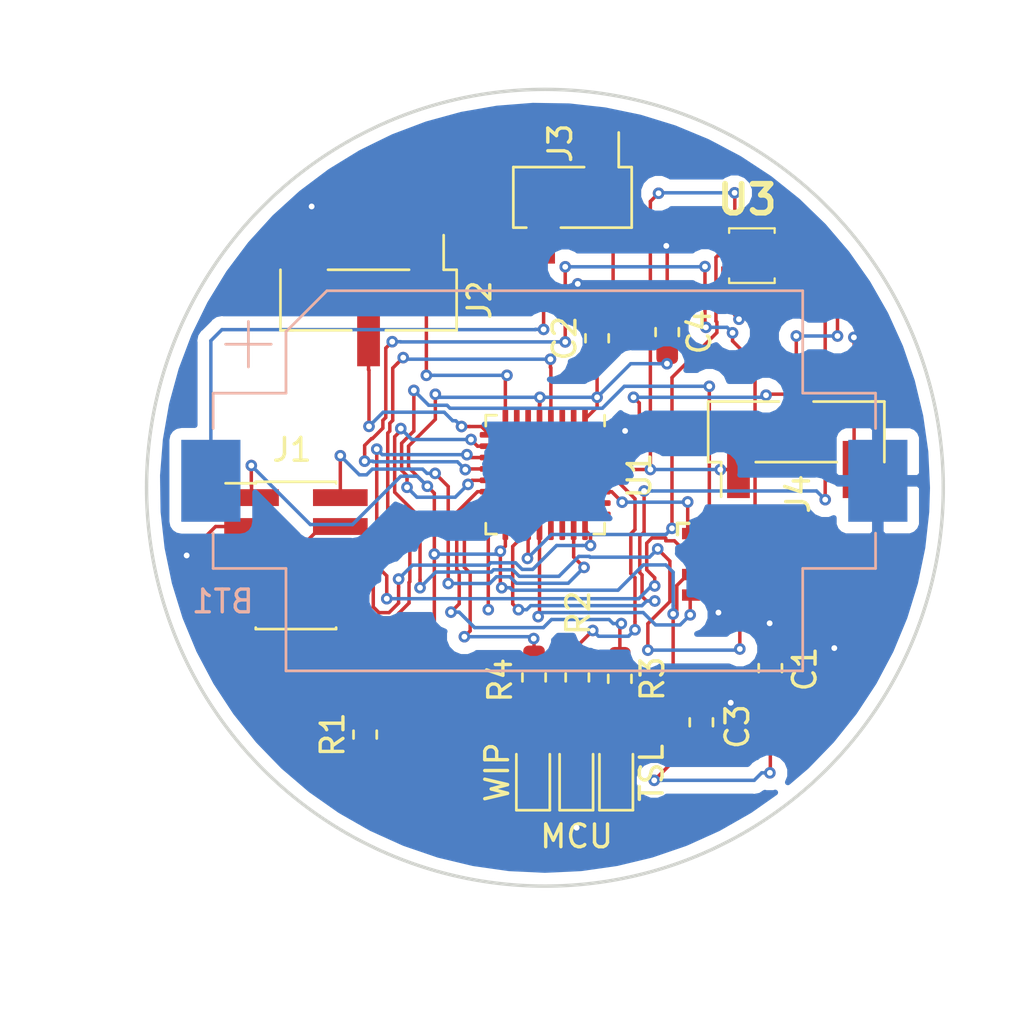
<source format=kicad_pcb>
(kicad_pcb (version 20171130) (host pcbnew 5.0.2)

  (general
    (thickness 1.6)
    (drawings 1)
    (tracks 517)
    (zones 0)
    (modules 19)
    (nets 38)
  )

  (page USLetter)
  (title_block
    (title "Light Sensor")
    (date 2019-02-01)
    (rev R001)
  )

  (layers
    (0 F.Cu signal)
    (31 B.Cu signal)
    (32 B.Adhes user)
    (33 F.Adhes user)
    (34 B.Paste user)
    (35 F.Paste user)
    (36 B.SilkS user)
    (37 F.SilkS user)
    (38 B.Mask user)
    (39 F.Mask user)
    (40 Dwgs.User user)
    (41 Cmts.User user)
    (42 Eco1.User user)
    (43 Eco2.User user)
    (44 Edge.Cuts user)
    (45 Margin user)
    (46 B.CrtYd user)
    (47 F.CrtYd user)
    (48 B.Fab user)
    (49 F.Fab user)
  )

  (setup
    (last_trace_width 0.1524)
    (trace_clearance 0.1524)
    (zone_clearance 0.508)
    (zone_45_only no)
    (trace_min 0.1524)
    (segment_width 0.2)
    (edge_width 0.15)
    (via_size 0.508)
    (via_drill 0.254)
    (via_min_size 0.508)
    (via_min_drill 0.254)
    (uvia_size 0.3)
    (uvia_drill 0.1)
    (uvias_allowed no)
    (uvia_min_size 0.2)
    (uvia_min_drill 0.1)
    (pcb_text_width 0.3)
    (pcb_text_size 1.5 1.5)
    (mod_edge_width 0.15)
    (mod_text_size 1 1)
    (mod_text_width 0.15)
    (pad_size 1.524 1.524)
    (pad_drill 0.762)
    (pad_to_mask_clearance 0.051)
    (solder_mask_min_width 0.25)
    (aux_axis_origin 0 0)
    (visible_elements FFFFFF7F)
    (pcbplotparams
      (layerselection 0x010fc_ffffffff)
      (usegerberextensions false)
      (usegerberattributes false)
      (usegerberadvancedattributes false)
      (creategerberjobfile false)
      (excludeedgelayer true)
      (linewidth 0.100000)
      (plotframeref false)
      (viasonmask false)
      (mode 1)
      (useauxorigin false)
      (hpglpennumber 1)
      (hpglpenspeed 20)
      (hpglpendiameter 15.000000)
      (psnegative false)
      (psa4output false)
      (plotreference true)
      (plotvalue true)
      (plotinvisibletext false)
      (padsonsilk false)
      (subtractmaskfromsilk false)
      (outputformat 1)
      (mirror false)
      (drillshape 1)
      (scaleselection 1)
      (outputdirectory ""))
  )

  (net 0 "")
  (net 1 VDD)
  (net 2 GND)
  (net 3 "Net-(D1-Pad2)")
  (net 4 /SWDIO)
  (net 5 /SWDCLK)
  (net 6 "Net-(J1-Pad6)")
  (net 7 "Net-(J1-Pad7)")
  (net 8 "Net-(J1-Pad8)")
  (net 9 "Net-(J1-Pad10)")
  (net 10 /TX)
  (net 11 /RX)
  (net 12 "Net-(R2-Pad1)")
  (net 13 "Net-(U1-Pad2)")
  (net 14 "Net-(U1-Pad3)")
  (net 15 "Net-(U1-Pad6)")
  (net 16 "Net-(U1-Pad7)")
  (net 17 "Net-(U1-Pad21)")
  (net 18 "Net-(U1-Pad22)")
  (net 19 "Net-(U1-Pad31)")
  (net 20 "Net-(BT1-Pad1)")
  (net 21 "Net-(D2-Pad2)")
  (net 22 "Net-(D3-Pad2)")
  (net 23 /TSL_CLK)
  (net 24 /TSL_DATA)
  (net 25 "Net-(R3-Pad1)")
  (net 26 "Net-(R4-Pad1)")
  (net 27 /RT_nINT)
  (net 28 /RT_CLKOUT)
  (net 29 /RT_EVI)
  (net 30 /RT_CLK)
  (net 31 /TSL_VDD)
  (net 32 /TSL_nINT)
  (net 33 /RT_CLKOE)
  (net 34 "Net-(U1-Pad25)")
  (net 35 "Net-(U1-Pad26)")
  (net 36 /RT_DATA)
  (net 37 "Net-(U3-Pad4)")

  (net_class Default "This is the default net class."
    (clearance 0.1524)
    (trace_width 0.1524)
    (via_dia 0.508)
    (via_drill 0.254)
    (uvia_dia 0.3)
    (uvia_drill 0.1)
    (add_net /RT_CLK)
    (add_net /RT_CLKOE)
    (add_net /RT_CLKOUT)
    (add_net /RT_DATA)
    (add_net /RT_EVI)
    (add_net /RT_nINT)
    (add_net /RX)
    (add_net /SWDCLK)
    (add_net /SWDIO)
    (add_net /TSL_CLK)
    (add_net /TSL_DATA)
    (add_net /TSL_VDD)
    (add_net /TSL_nINT)
    (add_net /TX)
    (add_net GND)
    (add_net "Net-(BT1-Pad1)")
    (add_net "Net-(D1-Pad2)")
    (add_net "Net-(D2-Pad2)")
    (add_net "Net-(D3-Pad2)")
    (add_net "Net-(J1-Pad10)")
    (add_net "Net-(J1-Pad6)")
    (add_net "Net-(J1-Pad7)")
    (add_net "Net-(J1-Pad8)")
    (add_net "Net-(R2-Pad1)")
    (add_net "Net-(R3-Pad1)")
    (add_net "Net-(R4-Pad1)")
    (add_net "Net-(U1-Pad2)")
    (add_net "Net-(U1-Pad21)")
    (add_net "Net-(U1-Pad22)")
    (add_net "Net-(U1-Pad25)")
    (add_net "Net-(U1-Pad26)")
    (add_net "Net-(U1-Pad3)")
    (add_net "Net-(U1-Pad31)")
    (add_net "Net-(U1-Pad6)")
    (add_net "Net-(U1-Pad7)")
    (add_net "Net-(U3-Pad4)")
    (add_net VDD)
  )

  (module Battery:BatteryHolder_Keystone_1060_1x2032 (layer B.Cu) (tedit 5B98EF5E) (tstamp 5C892E52)
    (at 138.9126 106.1212)
    (descr http://www.keyelco.com/product-pdf.cfm?p=726)
    (tags "CR2032 BR2032 BatteryHolder Battery")
    (path /5C54A5D6)
    (attr smd)
    (fp_text reference BT1 (at -14.125 5.3) (layer B.SilkS)
      (effects (font (size 1 1) (thickness 0.15)) (justify mirror))
    )
    (fp_text value Battery_Cell (at 0 11.75) (layer B.Fab)
      (effects (font (size 1 1) (thickness 0.15)) (justify mirror))
    )
    (fp_circle (center 0 0) (end -10.2 0) (layer Dwgs.User) (width 0.3))
    (fp_line (start 11 -8) (end -9.4 -8) (layer B.Fab) (width 0.1))
    (fp_line (start 11 8) (end -11 8) (layer B.Fab) (width 0.1))
    (fp_line (start 11 -8) (end 11 -3.5) (layer B.Fab) (width 0.1))
    (fp_line (start 11 8) (end 11 3.5) (layer B.Fab) (width 0.1))
    (fp_line (start -11 8) (end -11 3.5) (layer B.Fab) (width 0.1))
    (fp_line (start -11 -6.4) (end -11 -3.5) (layer B.Fab) (width 0.1))
    (fp_line (start -11 -3.5) (end -14.2 -3.5) (layer B.Fab) (width 0.1))
    (fp_line (start -14.2 -3.5) (end -14.2 3.5) (layer B.Fab) (width 0.1))
    (fp_line (start -14.2 3.5) (end -11 3.5) (layer B.Fab) (width 0.1))
    (fp_line (start 11 -3.5) (end 14.2 -3.5) (layer B.Fab) (width 0.1))
    (fp_line (start 14.2 -3.5) (end 14.2 3.5) (layer B.Fab) (width 0.1))
    (fp_line (start 14.2 3.5) (end 11 3.5) (layer B.Fab) (width 0.1))
    (fp_line (start -9.4 -8) (end -11 -6.4) (layer B.Fab) (width 0.1))
    (fp_line (start 11.35 -3.85) (end 14.55 -3.85) (layer B.SilkS) (width 0.12))
    (fp_line (start 14.55 -3.85) (end 14.55 -2.3) (layer B.SilkS) (width 0.12))
    (fp_line (start 11.35 -8.35) (end 11.35 -3.85) (layer B.SilkS) (width 0.12))
    (fp_line (start 11.35 -8.35) (end -9.55 -8.35) (layer B.SilkS) (width 0.12))
    (fp_line (start -11.35 -6.55) (end -11.35 -3.85) (layer B.SilkS) (width 0.12))
    (fp_line (start -9.55 -8.35) (end -11.35 -6.55) (layer B.SilkS) (width 0.12))
    (fp_line (start -11.35 -3.85) (end -14.55 -3.85) (layer B.SilkS) (width 0.12))
    (fp_line (start -14.55 -3.85) (end -14.55 -2.3) (layer B.SilkS) (width 0.12))
    (fp_line (start -11.35 3.85) (end -14.55 3.85) (layer B.SilkS) (width 0.12))
    (fp_line (start -14.55 3.85) (end -14.55 2.3) (layer B.SilkS) (width 0.12))
    (fp_line (start 11.35 3.85) (end 14.55 3.85) (layer B.SilkS) (width 0.12))
    (fp_line (start 14.55 3.85) (end 14.55 2.3) (layer B.SilkS) (width 0.12))
    (fp_line (start -11.35 8.35) (end 11.35 8.35) (layer B.SilkS) (width 0.12))
    (fp_line (start -11.35 8.35) (end -11.35 3.85) (layer B.SilkS) (width 0.12))
    (fp_line (start 11.35 8.35) (end 11.35 3.85) (layer B.SilkS) (width 0.12))
    (fp_arc (start 0 0) (end -6.5 -8.5) (angle 74.81070976) (layer B.CrtYd) (width 0.05))
    (fp_line (start 11.5 -8.5) (end 6.5 -8.5) (layer B.CrtYd) (width 0.05))
    (fp_line (start -6.5 -8.5) (end -11.5 -8.5) (layer B.CrtYd) (width 0.05))
    (fp_line (start -11.5 -4) (end -11.5 -8.5) (layer B.CrtYd) (width 0.05))
    (fp_line (start -14.7 -4) (end -11.5 -4) (layer B.CrtYd) (width 0.05))
    (fp_line (start -14.7 -4) (end -14.7 -2.3) (layer B.CrtYd) (width 0.05))
    (fp_line (start -14.7 -2.3) (end -16.45 -2.3) (layer B.CrtYd) (width 0.05))
    (fp_line (start -16.45 -2.3) (end -16.45 2.3) (layer B.CrtYd) (width 0.05))
    (fp_line (start -14.7 2.3) (end -16.45 2.3) (layer B.CrtYd) (width 0.05))
    (fp_line (start -14.7 2.3) (end -14.7 4) (layer B.CrtYd) (width 0.05))
    (fp_line (start -14.7 4) (end -11.5 4) (layer B.CrtYd) (width 0.05))
    (fp_line (start -11.5 4) (end -11.5 8.5) (layer B.CrtYd) (width 0.05))
    (fp_line (start -11.5 8.5) (end -6.5 8.5) (layer B.CrtYd) (width 0.05))
    (fp_line (start 11.5 8.5) (end 11.5 4) (layer B.CrtYd) (width 0.05))
    (fp_line (start 11.5 4) (end 14.7 4) (layer B.CrtYd) (width 0.05))
    (fp_line (start 14.7 4) (end 14.7 2.3) (layer B.CrtYd) (width 0.05))
    (fp_line (start 14.7 2.3) (end 16.45 2.3) (layer B.CrtYd) (width 0.05))
    (fp_line (start 16.45 2.3) (end 16.45 -2.3) (layer B.CrtYd) (width 0.05))
    (fp_line (start 16.45 -2.3) (end 14.7 -2.3) (layer B.CrtYd) (width 0.05))
    (fp_line (start 14.7 -2.3) (end 14.7 -4) (layer B.CrtYd) (width 0.05))
    (fp_line (start 14.7 -4) (end 11.5 -4) (layer B.CrtYd) (width 0.05))
    (fp_line (start 11.5 -4) (end 11.5 -8.5) (layer B.CrtYd) (width 0.05))
    (fp_arc (start 0 0) (end 6.5 8.5) (angle 74.81070976) (layer B.CrtYd) (width 0.05))
    (fp_line (start 11.5 8.5) (end 6.5 8.5) (layer B.CrtYd) (width 0.05))
    (fp_text user %R (at 0 0) (layer B.Fab)
      (effects (font (size 1 1) (thickness 0.15)) (justify mirror))
    )
    (fp_line (start -13 -5) (end -13 -7) (layer B.SilkS) (width 0.12))
    (fp_line (start -12 -6) (end -14 -6) (layer B.SilkS) (width 0.12))
    (pad 2 smd rect (at 14.65 0 180) (size 2.6 3.6) (layers B.Cu B.Paste B.Mask)
      (net 2 GND))
    (pad 1 smd rect (at -14.65 0 180) (size 2.6 3.6) (layers B.Cu B.Paste B.Mask)
      (net 20 "Net-(BT1-Pad1)"))
    (model ${KISYS3DMOD}/Battery.3dshapes/BatteryHolder_Keystone_1060_1x2032.wrl
      (at (xyz 0 0 0))
      (scale (xyz 1 1 1))
      (rotate (xyz 0 0 0))
    )
  )

  (module LED_SMD:LED_0603_1608Metric_Pad1.05x0.95mm_HandSolder (layer F.Cu) (tedit 5C893702) (tstamp 5CA958BA)
    (at 140.318285 118.931211 90)
    (descr "LED SMD 0603 (1608 Metric), square (rectangular) end terminal, IPC_7351 nominal, (Body size source: http://www.tortai-tech.com/upload/download/2011102023233369053.pdf), generated with kicad-footprint-generator")
    (tags "LED handsolder")
    (path /5C54B9AC)
    (attr smd)
    (fp_text reference MCU (at -2.808789 0.011715 180) (layer F.SilkS)
      (effects (font (size 1 1) (thickness 0.15)))
    )
    (fp_text value LED (at 0 1.43 90) (layer F.Fab)
      (effects (font (size 1 1) (thickness 0.15)))
    )
    (fp_line (start 0.8 -0.4) (end -0.5 -0.4) (layer F.Fab) (width 0.1))
    (fp_line (start -0.5 -0.4) (end -0.8 -0.1) (layer F.Fab) (width 0.1))
    (fp_line (start -0.8 -0.1) (end -0.8 0.4) (layer F.Fab) (width 0.1))
    (fp_line (start -0.8 0.4) (end 0.8 0.4) (layer F.Fab) (width 0.1))
    (fp_line (start 0.8 0.4) (end 0.8 -0.4) (layer F.Fab) (width 0.1))
    (fp_line (start 0.8 -0.735) (end -1.66 -0.735) (layer F.SilkS) (width 0.12))
    (fp_line (start -1.66 -0.735) (end -1.66 0.735) (layer F.SilkS) (width 0.12))
    (fp_line (start -1.66 0.735) (end 0.8 0.735) (layer F.SilkS) (width 0.12))
    (fp_line (start -1.65 0.73) (end -1.65 -0.73) (layer F.CrtYd) (width 0.05))
    (fp_line (start -1.65 -0.73) (end 1.65 -0.73) (layer F.CrtYd) (width 0.05))
    (fp_line (start 1.65 -0.73) (end 1.65 0.73) (layer F.CrtYd) (width 0.05))
    (fp_line (start 1.65 0.73) (end -1.65 0.73) (layer F.CrtYd) (width 0.05))
    (fp_text user %R (at 0 0 90) (layer F.Fab)
      (effects (font (size 0.4 0.4) (thickness 0.06)))
    )
    (pad 1 smd roundrect (at -0.875 0 90) (size 1.05 0.95) (layers F.Cu F.Paste F.Mask) (roundrect_rratio 0.25)
      (net 2 GND))
    (pad 2 smd roundrect (at 0.875 0 90) (size 1.05 0.95) (layers F.Cu F.Paste F.Mask) (roundrect_rratio 0.25)
      (net 3 "Net-(D1-Pad2)"))
    (model ${KISYS3DMOD}/LED_SMD.3dshapes/LED_0603_1608Metric.wrl
      (at (xyz 0 0 0))
      (scale (xyz 1 1 1))
      (rotate (xyz 0 0 0))
    )
  )

  (module Connector_PinHeader_1.27mm:PinHeader_2x05_P1.27mm_Vertical_SMD (layer F.Cu) (tedit 59FED6E3) (tstamp 5C617587)
    (at 128 109.4)
    (descr "surface-mounted straight pin header, 2x05, 1.27mm pitch, double rows")
    (tags "Surface mounted pin header SMD 2x05 1.27mm double row")
    (path /5C54A9EF)
    (attr smd)
    (fp_text reference J1 (at -0.17 -4.64) (layer F.SilkS)
      (effects (font (size 1 1) (thickness 0.15)))
    )
    (fp_text value Conn_ARM_JTAG_SWD_10 (at 5.55 4.51) (layer F.Fab)
      (effects (font (size 1 1) (thickness 0.15)))
    )
    (fp_line (start 1.705 3.175) (end -1.705 3.175) (layer F.Fab) (width 0.1))
    (fp_line (start -1.27 -3.175) (end 1.705 -3.175) (layer F.Fab) (width 0.1))
    (fp_line (start -1.705 3.175) (end -1.705 -2.74) (layer F.Fab) (width 0.1))
    (fp_line (start -1.705 -2.74) (end -1.27 -3.175) (layer F.Fab) (width 0.1))
    (fp_line (start 1.705 -3.175) (end 1.705 3.175) (layer F.Fab) (width 0.1))
    (fp_line (start -1.705 -2.74) (end -2.75 -2.74) (layer F.Fab) (width 0.1))
    (fp_line (start -2.75 -2.74) (end -2.75 -2.34) (layer F.Fab) (width 0.1))
    (fp_line (start -2.75 -2.34) (end -1.705 -2.34) (layer F.Fab) (width 0.1))
    (fp_line (start 1.705 -2.74) (end 2.75 -2.74) (layer F.Fab) (width 0.1))
    (fp_line (start 2.75 -2.74) (end 2.75 -2.34) (layer F.Fab) (width 0.1))
    (fp_line (start 2.75 -2.34) (end 1.705 -2.34) (layer F.Fab) (width 0.1))
    (fp_line (start -1.705 -1.47) (end -2.75 -1.47) (layer F.Fab) (width 0.1))
    (fp_line (start -2.75 -1.47) (end -2.75 -1.07) (layer F.Fab) (width 0.1))
    (fp_line (start -2.75 -1.07) (end -1.705 -1.07) (layer F.Fab) (width 0.1))
    (fp_line (start 1.705 -1.47) (end 2.75 -1.47) (layer F.Fab) (width 0.1))
    (fp_line (start 2.75 -1.47) (end 2.75 -1.07) (layer F.Fab) (width 0.1))
    (fp_line (start 2.75 -1.07) (end 1.705 -1.07) (layer F.Fab) (width 0.1))
    (fp_line (start -1.705 -0.2) (end -2.75 -0.2) (layer F.Fab) (width 0.1))
    (fp_line (start -2.75 -0.2) (end -2.75 0.2) (layer F.Fab) (width 0.1))
    (fp_line (start -2.75 0.2) (end -1.705 0.2) (layer F.Fab) (width 0.1))
    (fp_line (start 1.705 -0.2) (end 2.75 -0.2) (layer F.Fab) (width 0.1))
    (fp_line (start 2.75 -0.2) (end 2.75 0.2) (layer F.Fab) (width 0.1))
    (fp_line (start 2.75 0.2) (end 1.705 0.2) (layer F.Fab) (width 0.1))
    (fp_line (start -1.705 1.07) (end -2.75 1.07) (layer F.Fab) (width 0.1))
    (fp_line (start -2.75 1.07) (end -2.75 1.47) (layer F.Fab) (width 0.1))
    (fp_line (start -2.75 1.47) (end -1.705 1.47) (layer F.Fab) (width 0.1))
    (fp_line (start 1.705 1.07) (end 2.75 1.07) (layer F.Fab) (width 0.1))
    (fp_line (start 2.75 1.07) (end 2.75 1.47) (layer F.Fab) (width 0.1))
    (fp_line (start 2.75 1.47) (end 1.705 1.47) (layer F.Fab) (width 0.1))
    (fp_line (start -1.705 2.34) (end -2.75 2.34) (layer F.Fab) (width 0.1))
    (fp_line (start -2.75 2.34) (end -2.75 2.74) (layer F.Fab) (width 0.1))
    (fp_line (start -2.75 2.74) (end -1.705 2.74) (layer F.Fab) (width 0.1))
    (fp_line (start 1.705 2.34) (end 2.75 2.34) (layer F.Fab) (width 0.1))
    (fp_line (start 2.75 2.34) (end 2.75 2.74) (layer F.Fab) (width 0.1))
    (fp_line (start 2.75 2.74) (end 1.705 2.74) (layer F.Fab) (width 0.1))
    (fp_line (start -1.765 -3.235) (end 1.765 -3.235) (layer F.SilkS) (width 0.12))
    (fp_line (start -1.765 3.235) (end 1.765 3.235) (layer F.SilkS) (width 0.12))
    (fp_line (start -3.09 -3.17) (end -1.765 -3.17) (layer F.SilkS) (width 0.12))
    (fp_line (start -1.765 -3.235) (end -1.765 -3.17) (layer F.SilkS) (width 0.12))
    (fp_line (start 1.765 -3.235) (end 1.765 -3.17) (layer F.SilkS) (width 0.12))
    (fp_line (start -1.765 3.17) (end -1.765 3.235) (layer F.SilkS) (width 0.12))
    (fp_line (start 1.765 3.17) (end 1.765 3.235) (layer F.SilkS) (width 0.12))
    (fp_line (start -4.3 -3.7) (end -4.3 3.7) (layer F.CrtYd) (width 0.05))
    (fp_line (start -4.3 3.7) (end 4.3 3.7) (layer F.CrtYd) (width 0.05))
    (fp_line (start 4.3 3.7) (end 4.3 -3.7) (layer F.CrtYd) (width 0.05))
    (fp_line (start 4.3 -3.7) (end -4.3 -3.7) (layer F.CrtYd) (width 0.05))
    (fp_text user %R (at 0 0 90) (layer F.Fab)
      (effects (font (size 1 1) (thickness 0.15)))
    )
    (pad 1 smd rect (at -1.95 -2.54) (size 2.4 0.74) (layers F.Cu F.Paste F.Mask)
      (net 1 VDD))
    (pad 2 smd rect (at 1.95 -2.54) (size 2.4 0.74) (layers F.Cu F.Paste F.Mask)
      (net 4 /SWDIO))
    (pad 3 smd rect (at -1.95 -1.27) (size 2.4 0.74) (layers F.Cu F.Paste F.Mask)
      (net 2 GND))
    (pad 4 smd rect (at 1.95 -1.27) (size 2.4 0.74) (layers F.Cu F.Paste F.Mask)
      (net 5 /SWDCLK))
    (pad 5 smd rect (at -1.95 0) (size 2.4 0.74) (layers F.Cu F.Paste F.Mask)
      (net 2 GND))
    (pad 6 smd rect (at 1.95 0) (size 2.4 0.74) (layers F.Cu F.Paste F.Mask)
      (net 6 "Net-(J1-Pad6)"))
    (pad 7 smd rect (at -1.95 1.27) (size 2.4 0.74) (layers F.Cu F.Paste F.Mask)
      (net 7 "Net-(J1-Pad7)"))
    (pad 8 smd rect (at 1.95 1.27) (size 2.4 0.74) (layers F.Cu F.Paste F.Mask)
      (net 8 "Net-(J1-Pad8)"))
    (pad 9 smd rect (at -1.95 2.54) (size 2.4 0.74) (layers F.Cu F.Paste F.Mask)
      (net 2 GND))
    (pad 10 smd rect (at 1.95 2.54) (size 2.4 0.74) (layers F.Cu F.Paste F.Mask)
      (net 9 "Net-(J1-Pad10)"))
    (model ${KISYS3DMOD}/Connector_PinHeader_1.27mm.3dshapes/PinHeader_2x05_P1.27mm_Vertical_SMD.wrl
      (at (xyz 0 0 0))
      (scale (xyz 1 1 1))
      (rotate (xyz 0 0 0))
    )
  )

  (module Connector_PinHeader_2.54mm:PinHeader_1x03_P2.54mm_Vertical_SMD_Pin1Left (layer F.Cu) (tedit 5C892082) (tstamp 5C6175A9)
    (at 131.19 98.18 270)
    (descr "surface-mounted straight pin header, 1x03, 2.54mm pitch, single row, style 1 (pin 1 left)")
    (tags "Surface mounted pin header SMD 1x03 2.54mm single row style1 pin1 left")
    (path /5C54CE60)
    (attr smd)
    (fp_text reference J2 (at 0 -4.87 270) (layer F.SilkS)
      (effects (font (size 1 1) (thickness 0.15)))
    )
    (fp_text value Conn_01x03_Male (at 3.65 -0.12) (layer F.Fab)
      (effects (font (size 1 1) (thickness 0.15)))
    )
    (fp_line (start 1.27 3.81) (end -1.27 3.81) (layer F.Fab) (width 0.1))
    (fp_line (start -0.32 -3.81) (end 1.27 -3.81) (layer F.Fab) (width 0.1))
    (fp_line (start -1.27 3.81) (end -1.27 -2.86) (layer F.Fab) (width 0.1))
    (fp_line (start -1.27 -2.86) (end -0.32 -3.81) (layer F.Fab) (width 0.1))
    (fp_line (start 1.27 -3.81) (end 1.27 3.81) (layer F.Fab) (width 0.1))
    (fp_line (start -1.27 -2.86) (end -2.54 -2.86) (layer F.Fab) (width 0.1))
    (fp_line (start -2.54 -2.86) (end -2.54 -2.22) (layer F.Fab) (width 0.1))
    (fp_line (start -2.54 -2.22) (end -1.27 -2.22) (layer F.Fab) (width 0.1))
    (fp_line (start -1.27 2.22) (end -2.54 2.22) (layer F.Fab) (width 0.1))
    (fp_line (start -2.54 2.22) (end -2.54 2.86) (layer F.Fab) (width 0.1))
    (fp_line (start -2.54 2.86) (end -1.27 2.86) (layer F.Fab) (width 0.1))
    (fp_line (start 1.27 -0.32) (end 2.54 -0.32) (layer F.Fab) (width 0.1))
    (fp_line (start 2.54 -0.32) (end 2.54 0.32) (layer F.Fab) (width 0.1))
    (fp_line (start 2.54 0.32) (end 1.27 0.32) (layer F.Fab) (width 0.1))
    (fp_line (start -1.33 -3.87) (end 1.33 -3.87) (layer F.SilkS) (width 0.12))
    (fp_line (start -1.33 3.87) (end 1.33 3.87) (layer F.SilkS) (width 0.12))
    (fp_line (start 1.33 -3.87) (end 1.33 -0.76) (layer F.SilkS) (width 0.12))
    (fp_line (start -1.33 -3.3) (end -2.85 -3.3) (layer F.SilkS) (width 0.12))
    (fp_line (start -1.33 -3.87) (end -1.33 -3.3) (layer F.SilkS) (width 0.12))
    (fp_line (start 1.33 3.3) (end 1.33 3.87) (layer F.SilkS) (width 0.12))
    (fp_line (start 1.33 0.76) (end 1.33 3.87) (layer F.SilkS) (width 0.12))
    (fp_line (start -1.33 -1.78) (end -1.33 1.78) (layer F.SilkS) (width 0.12))
    (fp_line (start -3.45 -4.35) (end -3.45 4.35) (layer F.CrtYd) (width 0.05))
    (fp_line (start -3.45 4.35) (end 3.45 4.35) (layer F.CrtYd) (width 0.05))
    (fp_line (start 3.45 4.35) (end 3.45 -4.35) (layer F.CrtYd) (width 0.05))
    (fp_line (start 3.45 -4.35) (end -3.45 -4.35) (layer F.CrtYd) (width 0.05))
    (fp_text user %R (at 0 0) (layer F.Fab)
      (effects (font (size 1 1) (thickness 0.15)))
    )
    (pad 1 smd rect (at -1.655 -2.54 270) (size 2.51 1) (layers F.Cu F.Paste F.Mask)
      (net 10 /TX))
    (pad 3 smd rect (at -1.655 2.54 270) (size 2.51 1) (layers F.Cu F.Paste F.Mask)
      (net 2 GND))
    (pad 2 smd rect (at 1.655 0 270) (size 2.51 1) (layers F.Cu F.Paste F.Mask)
      (net 11 /RX))
    (model ${KISYS3DMOD}/Connector_PinHeader_2.54mm.3dshapes/PinHeader_1x03_P2.54mm_Vertical_SMD_Pin1Left.wrl
      (at (xyz 0 0 0))
      (scale (xyz 1 1 1))
      (rotate (xyz 0 0 0))
    )
  )

  (module Resistor_SMD:R_0603_1608Metric_Pad1.05x0.95mm_HandSolder (layer F.Cu) (tedit 5B301BBD) (tstamp 5C892F4A)
    (at 131.04 117.27 90)
    (descr "Resistor SMD 0603 (1608 Metric), square (rectangular) end terminal, IPC_7351 nominal with elongated pad for handsoldering. (Body size source: http://www.tortai-tech.com/upload/download/2011102023233369053.pdf), generated with kicad-footprint-generator")
    (tags "resistor handsolder")
    (path /5C54B3AF)
    (attr smd)
    (fp_text reference R1 (at 0 -1.43 90) (layer F.SilkS)
      (effects (font (size 1 1) (thickness 0.15)))
    )
    (fp_text value 100K (at 0 1.43 90) (layer F.Fab)
      (effects (font (size 1 1) (thickness 0.15)))
    )
    (fp_line (start -0.8 0.4) (end -0.8 -0.4) (layer F.Fab) (width 0.1))
    (fp_line (start -0.8 -0.4) (end 0.8 -0.4) (layer F.Fab) (width 0.1))
    (fp_line (start 0.8 -0.4) (end 0.8 0.4) (layer F.Fab) (width 0.1))
    (fp_line (start 0.8 0.4) (end -0.8 0.4) (layer F.Fab) (width 0.1))
    (fp_line (start -0.171267 -0.51) (end 0.171267 -0.51) (layer F.SilkS) (width 0.12))
    (fp_line (start -0.171267 0.51) (end 0.171267 0.51) (layer F.SilkS) (width 0.12))
    (fp_line (start -1.65 0.73) (end -1.65 -0.73) (layer F.CrtYd) (width 0.05))
    (fp_line (start -1.65 -0.73) (end 1.65 -0.73) (layer F.CrtYd) (width 0.05))
    (fp_line (start 1.65 -0.73) (end 1.65 0.73) (layer F.CrtYd) (width 0.05))
    (fp_line (start 1.65 0.73) (end -1.65 0.73) (layer F.CrtYd) (width 0.05))
    (fp_text user %R (at 0 0 90) (layer F.Fab)
      (effects (font (size 0.4 0.4) (thickness 0.06)))
    )
    (pad 1 smd roundrect (at -0.875 0 90) (size 1.05 0.95) (layers F.Cu F.Paste F.Mask) (roundrect_rratio 0.25)
      (net 1 VDD))
    (pad 2 smd roundrect (at 0.875 0 90) (size 1.05 0.95) (layers F.Cu F.Paste F.Mask) (roundrect_rratio 0.25)
      (net 9 "Net-(J1-Pad10)"))
    (model ${KISYS3DMOD}/Resistor_SMD.3dshapes/R_0603_1608Metric.wrl
      (at (xyz 0 0 0))
      (scale (xyz 1 1 1))
      (rotate (xyz 0 0 0))
    )
  )

  (module Resistor_SMD:R_0603_1608Metric_Pad1.05x0.95mm_HandSolder (layer F.Cu) (tedit 5B301BBD) (tstamp 5C7D2738)
    (at 140.36 114.76 270)
    (descr "Resistor SMD 0603 (1608 Metric), square (rectangular) end terminal, IPC_7351 nominal with elongated pad for handsoldering. (Body size source: http://www.tortai-tech.com/upload/download/2011102023233369053.pdf), generated with kicad-footprint-generator")
    (tags "resistor handsolder")
    (path /5C54C1A7)
    (attr smd)
    (fp_text reference R2 (at -2.84 -0.04 270) (layer F.SilkS)
      (effects (font (size 1 1) (thickness 0.15)))
    )
    (fp_text value 400 (at 0 1.43 270) (layer F.Fab)
      (effects (font (size 1 1) (thickness 0.15)))
    )
    (fp_text user %R (at 0 0 270) (layer F.Fab)
      (effects (font (size 0.4 0.4) (thickness 0.06)))
    )
    (fp_line (start 1.65 0.73) (end -1.65 0.73) (layer F.CrtYd) (width 0.05))
    (fp_line (start 1.65 -0.73) (end 1.65 0.73) (layer F.CrtYd) (width 0.05))
    (fp_line (start -1.65 -0.73) (end 1.65 -0.73) (layer F.CrtYd) (width 0.05))
    (fp_line (start -1.65 0.73) (end -1.65 -0.73) (layer F.CrtYd) (width 0.05))
    (fp_line (start -0.171267 0.51) (end 0.171267 0.51) (layer F.SilkS) (width 0.12))
    (fp_line (start -0.171267 -0.51) (end 0.171267 -0.51) (layer F.SilkS) (width 0.12))
    (fp_line (start 0.8 0.4) (end -0.8 0.4) (layer F.Fab) (width 0.1))
    (fp_line (start 0.8 -0.4) (end 0.8 0.4) (layer F.Fab) (width 0.1))
    (fp_line (start -0.8 -0.4) (end 0.8 -0.4) (layer F.Fab) (width 0.1))
    (fp_line (start -0.8 0.4) (end -0.8 -0.4) (layer F.Fab) (width 0.1))
    (pad 2 smd roundrect (at 0.875 0 270) (size 1.05 0.95) (layers F.Cu F.Paste F.Mask) (roundrect_rratio 0.25)
      (net 3 "Net-(D1-Pad2)"))
    (pad 1 smd roundrect (at -0.875 0 270) (size 1.05 0.95) (layers F.Cu F.Paste F.Mask) (roundrect_rratio 0.25)
      (net 12 "Net-(R2-Pad1)"))
    (model ${KISYS3DMOD}/Resistor_SMD.3dshapes/R_0603_1608Metric.wrl
      (at (xyz 0 0 0))
      (scale (xyz 1 1 1))
      (rotate (xyz 0 0 0))
    )
  )

  (module Package_DFN_QFN:QFN-32-1EP_5x5mm_P0.5mm_EP3.45x3.45mm (layer F.Cu) (tedit 5B4E85CE) (tstamp 5C891E83)
    (at 138.95 105.85 270)
    (descr "QFN, 32 Pin (http://www.analog.com/media/en/package-pcb-resources/package/pkg_pdf/ltc-legacy-qfn/QFN_32_05-08-1693.pdf), generated with kicad-footprint-generator ipc_dfn_qfn_generator.py")
    (tags "QFN DFN_QFN")
    (path /5C54A1AA)
    (attr smd)
    (fp_text reference U1 (at 0.04 -4.14 270) (layer F.SilkS)
      (effects (font (size 1 1) (thickness 0.15)))
    )
    (fp_text value STM32L432KCUx (at 3.86 0.15) (layer F.Fab)
      (effects (font (size 1 1) (thickness 0.15)))
    )
    (fp_line (start 2.135 -2.61) (end 2.61 -2.61) (layer F.SilkS) (width 0.12))
    (fp_line (start 2.61 -2.61) (end 2.61 -2.135) (layer F.SilkS) (width 0.12))
    (fp_line (start -2.135 2.61) (end -2.61 2.61) (layer F.SilkS) (width 0.12))
    (fp_line (start -2.61 2.61) (end -2.61 2.135) (layer F.SilkS) (width 0.12))
    (fp_line (start 2.135 2.61) (end 2.61 2.61) (layer F.SilkS) (width 0.12))
    (fp_line (start 2.61 2.61) (end 2.61 2.135) (layer F.SilkS) (width 0.12))
    (fp_line (start -2.135 -2.61) (end -2.61 -2.61) (layer F.SilkS) (width 0.12))
    (fp_line (start -1.5 -2.5) (end 2.5 -2.5) (layer F.Fab) (width 0.1))
    (fp_line (start 2.5 -2.5) (end 2.5 2.5) (layer F.Fab) (width 0.1))
    (fp_line (start 2.5 2.5) (end -2.5 2.5) (layer F.Fab) (width 0.1))
    (fp_line (start -2.5 2.5) (end -2.5 -1.5) (layer F.Fab) (width 0.1))
    (fp_line (start -2.5 -1.5) (end -1.5 -2.5) (layer F.Fab) (width 0.1))
    (fp_line (start -3.12 -3.12) (end -3.12 3.12) (layer F.CrtYd) (width 0.05))
    (fp_line (start -3.12 3.12) (end 3.12 3.12) (layer F.CrtYd) (width 0.05))
    (fp_line (start 3.12 3.12) (end 3.12 -3.12) (layer F.CrtYd) (width 0.05))
    (fp_line (start 3.12 -3.12) (end -3.12 -3.12) (layer F.CrtYd) (width 0.05))
    (fp_text user %R (at 0 0 270) (layer F.Fab)
      (effects (font (size 1 1) (thickness 0.15)))
    )
    (pad 33 smd roundrect (at 0 0 270) (size 3.45 3.45) (layers F.Cu F.Mask) (roundrect_rratio 0.072464)
      (net 2 GND))
    (pad "" smd roundrect (at -1.15 -1.15 270) (size 0.93 0.93) (layers F.Paste) (roundrect_rratio 0.25))
    (pad "" smd roundrect (at -1.15 0 270) (size 0.93 0.93) (layers F.Paste) (roundrect_rratio 0.25))
    (pad "" smd roundrect (at -1.15 1.15 270) (size 0.93 0.93) (layers F.Paste) (roundrect_rratio 0.25))
    (pad "" smd roundrect (at 0 -1.15 270) (size 0.93 0.93) (layers F.Paste) (roundrect_rratio 0.25))
    (pad "" smd roundrect (at 0 0 270) (size 0.93 0.93) (layers F.Paste) (roundrect_rratio 0.25))
    (pad "" smd roundrect (at 0 1.15 270) (size 0.93 0.93) (layers F.Paste) (roundrect_rratio 0.25))
    (pad "" smd roundrect (at 1.15 -1.15 270) (size 0.93 0.93) (layers F.Paste) (roundrect_rratio 0.25))
    (pad "" smd roundrect (at 1.15 0 270) (size 0.93 0.93) (layers F.Paste) (roundrect_rratio 0.25))
    (pad "" smd roundrect (at 1.15 1.15 270) (size 0.93 0.93) (layers F.Paste) (roundrect_rratio 0.25))
    (pad 1 smd roundrect (at -2.4375 -1.75 270) (size 0.875 0.25) (layers F.Cu F.Paste F.Mask) (roundrect_rratio 0.25)
      (net 1 VDD))
    (pad 2 smd roundrect (at -2.4375 -1.25 270) (size 0.875 0.25) (layers F.Cu F.Paste F.Mask) (roundrect_rratio 0.25)
      (net 13 "Net-(U1-Pad2)"))
    (pad 3 smd roundrect (at -2.4375 -0.75 270) (size 0.875 0.25) (layers F.Cu F.Paste F.Mask) (roundrect_rratio 0.25)
      (net 14 "Net-(U1-Pad3)"))
    (pad 4 smd roundrect (at -2.4375 -0.25 270) (size 0.875 0.25) (layers F.Cu F.Paste F.Mask) (roundrect_rratio 0.25)
      (net 9 "Net-(J1-Pad10)"))
    (pad 5 smd roundrect (at -2.4375 0.25 270) (size 0.875 0.25) (layers F.Cu F.Paste F.Mask) (roundrect_rratio 0.25)
      (net 1 VDD))
    (pad 6 smd roundrect (at -2.4375 0.75 270) (size 0.875 0.25) (layers F.Cu F.Paste F.Mask) (roundrect_rratio 0.25)
      (net 15 "Net-(U1-Pad6)"))
    (pad 7 smd roundrect (at -2.4375 1.25 270) (size 0.875 0.25) (layers F.Cu F.Paste F.Mask) (roundrect_rratio 0.25)
      (net 16 "Net-(U1-Pad7)"))
    (pad 8 smd roundrect (at -2.4375 1.75 270) (size 0.875 0.25) (layers F.Cu F.Paste F.Mask) (roundrect_rratio 0.25)
      (net 10 /TX))
    (pad 9 smd roundrect (at -1.75 2.4375 270) (size 0.25 0.875) (layers F.Cu F.Paste F.Mask) (roundrect_rratio 0.25)
      (net 11 /RX))
    (pad 10 smd roundrect (at -1.25 2.4375 270) (size 0.25 0.875) (layers F.Cu F.Paste F.Mask) (roundrect_rratio 0.25)
      (net 27 /RT_nINT))
    (pad 11 smd roundrect (at -0.75 2.4375 270) (size 0.25 0.875) (layers F.Cu F.Paste F.Mask) (roundrect_rratio 0.25)
      (net 28 /RT_CLKOUT))
    (pad 12 smd roundrect (at -0.25 2.4375 270) (size 0.25 0.875) (layers F.Cu F.Paste F.Mask) (roundrect_rratio 0.25)
      (net 29 /RT_EVI))
    (pad 13 smd roundrect (at 0.25 2.4375 270) (size 0.25 0.875) (layers F.Cu F.Paste F.Mask) (roundrect_rratio 0.25)
      (net 30 /RT_CLK))
    (pad 14 smd roundrect (at 0.75 2.4375 270) (size 0.25 0.875) (layers F.Cu F.Paste F.Mask) (roundrect_rratio 0.25)
      (net 25 "Net-(R3-Pad1)"))
    (pad 15 smd roundrect (at 1.25 2.4375 270) (size 0.25 0.875) (layers F.Cu F.Paste F.Mask) (roundrect_rratio 0.25)
      (net 26 "Net-(R4-Pad1)"))
    (pad 16 smd roundrect (at 1.75 2.4375 270) (size 0.25 0.875) (layers F.Cu F.Paste F.Mask) (roundrect_rratio 0.25)
      (net 2 GND))
    (pad 17 smd roundrect (at 2.4375 1.75 270) (size 0.875 0.25) (layers F.Cu F.Paste F.Mask) (roundrect_rratio 0.25)
      (net 1 VDD))
    (pad 18 smd roundrect (at 2.4375 1.25 270) (size 0.875 0.25) (layers F.Cu F.Paste F.Mask) (roundrect_rratio 0.25)
      (net 31 /TSL_VDD))
    (pad 19 smd roundrect (at 2.4375 0.75 270) (size 0.875 0.25) (layers F.Cu F.Paste F.Mask) (roundrect_rratio 0.25)
      (net 32 /TSL_nINT))
    (pad 20 smd roundrect (at 2.4375 0.25 270) (size 0.875 0.25) (layers F.Cu F.Paste F.Mask) (roundrect_rratio 0.25)
      (net 33 /RT_CLKOE))
    (pad 21 smd roundrect (at 2.4375 -0.25 270) (size 0.875 0.25) (layers F.Cu F.Paste F.Mask) (roundrect_rratio 0.25)
      (net 17 "Net-(U1-Pad21)"))
    (pad 22 smd roundrect (at 2.4375 -0.75 270) (size 0.875 0.25) (layers F.Cu F.Paste F.Mask) (roundrect_rratio 0.25)
      (net 18 "Net-(U1-Pad22)"))
    (pad 23 smd roundrect (at 2.4375 -1.25 270) (size 0.875 0.25) (layers F.Cu F.Paste F.Mask) (roundrect_rratio 0.25)
      (net 4 /SWDIO))
    (pad 24 smd roundrect (at 2.4375 -1.75 270) (size 0.875 0.25) (layers F.Cu F.Paste F.Mask) (roundrect_rratio 0.25)
      (net 5 /SWDCLK))
    (pad 25 smd roundrect (at 1.75 -2.4375 270) (size 0.25 0.875) (layers F.Cu F.Paste F.Mask) (roundrect_rratio 0.25)
      (net 34 "Net-(U1-Pad25)"))
    (pad 26 smd roundrect (at 1.25 -2.4375 270) (size 0.25 0.875) (layers F.Cu F.Paste F.Mask) (roundrect_rratio 0.25)
      (net 35 "Net-(U1-Pad26)"))
    (pad 27 smd roundrect (at 0.75 -2.4375 270) (size 0.25 0.875) (layers F.Cu F.Paste F.Mask) (roundrect_rratio 0.25)
      (net 36 /RT_DATA))
    (pad 28 smd roundrect (at 0.25 -2.4375 270) (size 0.25 0.875) (layers F.Cu F.Paste F.Mask) (roundrect_rratio 0.25)
      (net 12 "Net-(R2-Pad1)"))
    (pad 29 smd roundrect (at -0.25 -2.4375 270) (size 0.25 0.875) (layers F.Cu F.Paste F.Mask) (roundrect_rratio 0.25)
      (net 23 /TSL_CLK))
    (pad 30 smd roundrect (at -0.75 -2.4375 270) (size 0.25 0.875) (layers F.Cu F.Paste F.Mask) (roundrect_rratio 0.25)
      (net 24 /TSL_DATA))
    (pad 31 smd roundrect (at -1.25 -2.4375 270) (size 0.25 0.875) (layers F.Cu F.Paste F.Mask) (roundrect_rratio 0.25)
      (net 19 "Net-(U1-Pad31)"))
    (pad 32 smd roundrect (at -1.75 -2.4375 270) (size 0.25 0.875) (layers F.Cu F.Paste F.Mask) (roundrect_rratio 0.25)
      (net 2 GND))
    (model ${KISYS3DMOD}/Package_DFN_QFN.3dshapes/QFN-32-1EP_5x5mm_P0.5mm_EP3.45x3.45mm.wrl
      (at (xyz 0 0 0))
      (scale (xyz 1 1 1))
      (rotate (xyz 0 0 0))
    )
  )

  (module Capacitor_SMD:C_0603_1608Metric_Pad1.05x0.95mm_HandSolder (layer F.Cu) (tedit 5B301BBE) (tstamp 5CA92228)
    (at 148.84 114.35 90)
    (descr "Capacitor SMD 0603 (1608 Metric), square (rectangular) end terminal, IPC_7351 nominal with elongated pad for handsoldering. (Body size source: http://www.tortai-tech.com/upload/download/2011102023233369053.pdf), generated with kicad-footprint-generator")
    (tags "capacitor handsolder")
    (path /5C818F64)
    (attr smd)
    (fp_text reference C1 (at -0.04 1.51 90) (layer F.SilkS)
      (effects (font (size 1 1) (thickness 0.15)))
    )
    (fp_text value 0.1uF (at 0 1.43 90) (layer F.Fab)
      (effects (font (size 1 1) (thickness 0.15)))
    )
    (fp_line (start -0.8 0.4) (end -0.8 -0.4) (layer F.Fab) (width 0.1))
    (fp_line (start -0.8 -0.4) (end 0.8 -0.4) (layer F.Fab) (width 0.1))
    (fp_line (start 0.8 -0.4) (end 0.8 0.4) (layer F.Fab) (width 0.1))
    (fp_line (start 0.8 0.4) (end -0.8 0.4) (layer F.Fab) (width 0.1))
    (fp_line (start -0.171267 -0.51) (end 0.171267 -0.51) (layer F.SilkS) (width 0.12))
    (fp_line (start -0.171267 0.51) (end 0.171267 0.51) (layer F.SilkS) (width 0.12))
    (fp_line (start -1.65 0.73) (end -1.65 -0.73) (layer F.CrtYd) (width 0.05))
    (fp_line (start -1.65 -0.73) (end 1.65 -0.73) (layer F.CrtYd) (width 0.05))
    (fp_line (start 1.65 -0.73) (end 1.65 0.73) (layer F.CrtYd) (width 0.05))
    (fp_line (start 1.65 0.73) (end -1.65 0.73) (layer F.CrtYd) (width 0.05))
    (fp_text user %R (at 0 0 90) (layer F.Fab)
      (effects (font (size 0.4 0.4) (thickness 0.06)))
    )
    (pad 1 smd roundrect (at -0.875 0 90) (size 1.05 0.95) (layers F.Cu F.Paste F.Mask) (roundrect_rratio 0.25)
      (net 1 VDD))
    (pad 2 smd roundrect (at 0.875 0 90) (size 1.05 0.95) (layers F.Cu F.Paste F.Mask) (roundrect_rratio 0.25)
      (net 2 GND))
    (model ${KISYS3DMOD}/Capacitor_SMD.3dshapes/C_0603_1608Metric.wrl
      (at (xyz 0 0 0))
      (scale (xyz 1 1 1))
      (rotate (xyz 0 0 0))
    )
  )

  (module Capacitor_SMD:C_0603_1608Metric_Pad1.05x0.95mm_HandSolder (layer F.Cu) (tedit 5B301BBE) (tstamp 5C893F3D)
    (at 141.23 99.86 90)
    (descr "Capacitor SMD 0603 (1608 Metric), square (rectangular) end terminal, IPC_7351 nominal with elongated pad for handsoldering. (Body size source: http://www.tortai-tech.com/upload/download/2011102023233369053.pdf), generated with kicad-footprint-generator")
    (tags "capacitor handsolder")
    (path /5C82026C)
    (attr smd)
    (fp_text reference C2 (at 0 -1.43 90) (layer F.SilkS)
      (effects (font (size 1 1) (thickness 0.15)))
    )
    (fp_text value 0.1uF (at 0 1.43 90) (layer F.Fab)
      (effects (font (size 1 1) (thickness 0.15)))
    )
    (fp_line (start -0.8 0.4) (end -0.8 -0.4) (layer F.Fab) (width 0.1))
    (fp_line (start -0.8 -0.4) (end 0.8 -0.4) (layer F.Fab) (width 0.1))
    (fp_line (start 0.8 -0.4) (end 0.8 0.4) (layer F.Fab) (width 0.1))
    (fp_line (start 0.8 0.4) (end -0.8 0.4) (layer F.Fab) (width 0.1))
    (fp_line (start -0.171267 -0.51) (end 0.171267 -0.51) (layer F.SilkS) (width 0.12))
    (fp_line (start -0.171267 0.51) (end 0.171267 0.51) (layer F.SilkS) (width 0.12))
    (fp_line (start -1.65 0.73) (end -1.65 -0.73) (layer F.CrtYd) (width 0.05))
    (fp_line (start -1.65 -0.73) (end 1.65 -0.73) (layer F.CrtYd) (width 0.05))
    (fp_line (start 1.65 -0.73) (end 1.65 0.73) (layer F.CrtYd) (width 0.05))
    (fp_line (start 1.65 0.73) (end -1.65 0.73) (layer F.CrtYd) (width 0.05))
    (fp_text user %R (at 0 0 90) (layer F.Fab)
      (effects (font (size 0.4 0.4) (thickness 0.06)))
    )
    (pad 1 smd roundrect (at -0.875 0 90) (size 1.05 0.95) (layers F.Cu F.Paste F.Mask) (roundrect_rratio 0.25)
      (net 1 VDD))
    (pad 2 smd roundrect (at 0.875 0 90) (size 1.05 0.95) (layers F.Cu F.Paste F.Mask) (roundrect_rratio 0.25)
      (net 2 GND))
    (model ${KISYS3DMOD}/Capacitor_SMD.3dshapes/C_0603_1608Metric.wrl
      (at (xyz 0 0 0))
      (scale (xyz 1 1 1))
      (rotate (xyz 0 0 0))
    )
  )

  (module Capacitor_SMD:C_0603_1608Metric_Pad1.05x0.95mm_HandSolder (layer F.Cu) (tedit 5B301BBE) (tstamp 5CA9224A)
    (at 145.81 116.73 90)
    (descr "Capacitor SMD 0603 (1608 Metric), square (rectangular) end terminal, IPC_7351 nominal with elongated pad for handsoldering. (Body size source: http://www.tortai-tech.com/upload/download/2011102023233369053.pdf), generated with kicad-footprint-generator")
    (tags "capacitor handsolder")
    (path /5C818FE0)
    (attr smd)
    (fp_text reference C3 (at -0.19 1.58 90) (layer F.SilkS)
      (effects (font (size 1 1) (thickness 0.15)))
    )
    (fp_text value 2.2uF (at 0 1.43 90) (layer F.Fab)
      (effects (font (size 1 1) (thickness 0.15)))
    )
    (fp_text user %R (at 0 0 90) (layer F.Fab)
      (effects (font (size 0.4 0.4) (thickness 0.06)))
    )
    (fp_line (start 1.65 0.73) (end -1.65 0.73) (layer F.CrtYd) (width 0.05))
    (fp_line (start 1.65 -0.73) (end 1.65 0.73) (layer F.CrtYd) (width 0.05))
    (fp_line (start -1.65 -0.73) (end 1.65 -0.73) (layer F.CrtYd) (width 0.05))
    (fp_line (start -1.65 0.73) (end -1.65 -0.73) (layer F.CrtYd) (width 0.05))
    (fp_line (start -0.171267 0.51) (end 0.171267 0.51) (layer F.SilkS) (width 0.12))
    (fp_line (start -0.171267 -0.51) (end 0.171267 -0.51) (layer F.SilkS) (width 0.12))
    (fp_line (start 0.8 0.4) (end -0.8 0.4) (layer F.Fab) (width 0.1))
    (fp_line (start 0.8 -0.4) (end 0.8 0.4) (layer F.Fab) (width 0.1))
    (fp_line (start -0.8 -0.4) (end 0.8 -0.4) (layer F.Fab) (width 0.1))
    (fp_line (start -0.8 0.4) (end -0.8 -0.4) (layer F.Fab) (width 0.1))
    (pad 2 smd roundrect (at 0.875 0 90) (size 1.05 0.95) (layers F.Cu F.Paste F.Mask) (roundrect_rratio 0.25)
      (net 2 GND))
    (pad 1 smd roundrect (at -0.875 0 90) (size 1.05 0.95) (layers F.Cu F.Paste F.Mask) (roundrect_rratio 0.25)
      (net 1 VDD))
    (model ${KISYS3DMOD}/Capacitor_SMD.3dshapes/C_0603_1608Metric.wrl
      (at (xyz 0 0 0))
      (scale (xyz 1 1 1))
      (rotate (xyz 0 0 0))
    )
  )

  (module Capacitor_SMD:C_0603_1608Metric_Pad1.05x0.95mm_HandSolder (layer F.Cu) (tedit 5B301BBE) (tstamp 5CA93A27)
    (at 144.31 99.59 90)
    (descr "Capacitor SMD 0603 (1608 Metric), square (rectangular) end terminal, IPC_7351 nominal with elongated pad for handsoldering. (Body size source: http://www.tortai-tech.com/upload/download/2011102023233369053.pdf), generated with kicad-footprint-generator")
    (tags "capacitor handsolder")
    (path /5C820272)
    (attr smd)
    (fp_text reference C4 (at 0 1.41 90) (layer F.SilkS)
      (effects (font (size 1 1) (thickness 0.15)))
    )
    (fp_text value 2.2uF (at 0 1.43 90) (layer F.Fab)
      (effects (font (size 1 1) (thickness 0.15)))
    )
    (fp_text user %R (at 0 0 90) (layer F.Fab)
      (effects (font (size 0.4 0.4) (thickness 0.06)))
    )
    (fp_line (start 1.65 0.73) (end -1.65 0.73) (layer F.CrtYd) (width 0.05))
    (fp_line (start 1.65 -0.73) (end 1.65 0.73) (layer F.CrtYd) (width 0.05))
    (fp_line (start -1.65 -0.73) (end 1.65 -0.73) (layer F.CrtYd) (width 0.05))
    (fp_line (start -1.65 0.73) (end -1.65 -0.73) (layer F.CrtYd) (width 0.05))
    (fp_line (start -0.171267 0.51) (end 0.171267 0.51) (layer F.SilkS) (width 0.12))
    (fp_line (start -0.171267 -0.51) (end 0.171267 -0.51) (layer F.SilkS) (width 0.12))
    (fp_line (start 0.8 0.4) (end -0.8 0.4) (layer F.Fab) (width 0.1))
    (fp_line (start 0.8 -0.4) (end 0.8 0.4) (layer F.Fab) (width 0.1))
    (fp_line (start -0.8 -0.4) (end 0.8 -0.4) (layer F.Fab) (width 0.1))
    (fp_line (start -0.8 0.4) (end -0.8 -0.4) (layer F.Fab) (width 0.1))
    (pad 2 smd roundrect (at 0.875 0 90) (size 1.05 0.95) (layers F.Cu F.Paste F.Mask) (roundrect_rratio 0.25)
      (net 2 GND))
    (pad 1 smd roundrect (at -0.875 0 90) (size 1.05 0.95) (layers F.Cu F.Paste F.Mask) (roundrect_rratio 0.25)
      (net 1 VDD))
    (model ${KISYS3DMOD}/Capacitor_SMD.3dshapes/C_0603_1608Metric.wrl
      (at (xyz 0 0 0))
      (scale (xyz 1 1 1))
      (rotate (xyz 0 0 0))
    )
  )

  (module LED_SMD:LED_0603_1608Metric_Pad1.05x0.95mm_HandSolder (layer F.Cu) (tedit 5C89370D) (tstamp 5CA9226E)
    (at 142.068285 118.931211 90)
    (descr "LED SMD 0603 (1608 Metric), square (rectangular) end terminal, IPC_7351 nominal, (Body size source: http://www.tortai-tech.com/upload/download/2011102023233369053.pdf), generated with kicad-footprint-generator")
    (tags "LED handsolder")
    (path /5C781427)
    (attr smd)
    (fp_text reference TSL (at -0.018789 1.561715 90) (layer F.SilkS)
      (effects (font (size 1 1) (thickness 0.15)))
    )
    (fp_text value LED (at 0 1.43 90) (layer F.Fab)
      (effects (font (size 1 1) (thickness 0.15)))
    )
    (fp_text user %R (at 0 0 90) (layer F.Fab)
      (effects (font (size 0.4 0.4) (thickness 0.06)))
    )
    (fp_line (start 1.65 0.73) (end -1.65 0.73) (layer F.CrtYd) (width 0.05))
    (fp_line (start 1.65 -0.73) (end 1.65 0.73) (layer F.CrtYd) (width 0.05))
    (fp_line (start -1.65 -0.73) (end 1.65 -0.73) (layer F.CrtYd) (width 0.05))
    (fp_line (start -1.65 0.73) (end -1.65 -0.73) (layer F.CrtYd) (width 0.05))
    (fp_line (start -1.66 0.735) (end 0.8 0.735) (layer F.SilkS) (width 0.12))
    (fp_line (start -1.66 -0.735) (end -1.66 0.735) (layer F.SilkS) (width 0.12))
    (fp_line (start 0.8 -0.735) (end -1.66 -0.735) (layer F.SilkS) (width 0.12))
    (fp_line (start 0.8 0.4) (end 0.8 -0.4) (layer F.Fab) (width 0.1))
    (fp_line (start -0.8 0.4) (end 0.8 0.4) (layer F.Fab) (width 0.1))
    (fp_line (start -0.8 -0.1) (end -0.8 0.4) (layer F.Fab) (width 0.1))
    (fp_line (start -0.5 -0.4) (end -0.8 -0.1) (layer F.Fab) (width 0.1))
    (fp_line (start 0.8 -0.4) (end -0.5 -0.4) (layer F.Fab) (width 0.1))
    (pad 2 smd roundrect (at 0.875 0 90) (size 1.05 0.95) (layers F.Cu F.Paste F.Mask) (roundrect_rratio 0.25)
      (net 21 "Net-(D2-Pad2)"))
    (pad 1 smd roundrect (at -0.875 0 90) (size 1.05 0.95) (layers F.Cu F.Paste F.Mask) (roundrect_rratio 0.25)
      (net 2 GND))
    (model ${KISYS3DMOD}/LED_SMD.3dshapes/LED_0603_1608Metric.wrl
      (at (xyz 0 0 0))
      (scale (xyz 1 1 1))
      (rotate (xyz 0 0 0))
    )
  )

  (module LED_SMD:LED_0603_1608Metric_Pad1.05x0.95mm_HandSolder (layer F.Cu) (tedit 5C8936EA) (tstamp 5CA92281)
    (at 138.418285 118.931211 90)
    (descr "LED SMD 0603 (1608 Metric), square (rectangular) end terminal, IPC_7351 nominal, (Body size source: http://www.tortai-tech.com/upload/download/2011102023233369053.pdf), generated with kicad-footprint-generator")
    (tags "LED handsolder")
    (path /5C7813F9)
    (attr smd)
    (fp_text reference WIP (at 0.011211 -1.578285 90) (layer F.SilkS)
      (effects (font (size 1 1) (thickness 0.15)))
    )
    (fp_text value LED (at 0 1.43 90) (layer F.Fab)
      (effects (font (size 1 1) (thickness 0.15)))
    )
    (fp_line (start 0.8 -0.4) (end -0.5 -0.4) (layer F.Fab) (width 0.1))
    (fp_line (start -0.5 -0.4) (end -0.8 -0.1) (layer F.Fab) (width 0.1))
    (fp_line (start -0.8 -0.1) (end -0.8 0.4) (layer F.Fab) (width 0.1))
    (fp_line (start -0.8 0.4) (end 0.8 0.4) (layer F.Fab) (width 0.1))
    (fp_line (start 0.8 0.4) (end 0.8 -0.4) (layer F.Fab) (width 0.1))
    (fp_line (start 0.8 -0.735) (end -1.66 -0.735) (layer F.SilkS) (width 0.12))
    (fp_line (start -1.66 -0.735) (end -1.66 0.735) (layer F.SilkS) (width 0.12))
    (fp_line (start -1.66 0.735) (end 0.8 0.735) (layer F.SilkS) (width 0.12))
    (fp_line (start -1.65 0.73) (end -1.65 -0.73) (layer F.CrtYd) (width 0.05))
    (fp_line (start -1.65 -0.73) (end 1.65 -0.73) (layer F.CrtYd) (width 0.05))
    (fp_line (start 1.65 -0.73) (end 1.65 0.73) (layer F.CrtYd) (width 0.05))
    (fp_line (start 1.65 0.73) (end -1.65 0.73) (layer F.CrtYd) (width 0.05))
    (fp_text user %R (at 0 0 90) (layer F.Fab)
      (effects (font (size 0.4 0.4) (thickness 0.06)))
    )
    (pad 1 smd roundrect (at -0.875 0 90) (size 1.05 0.95) (layers F.Cu F.Paste F.Mask) (roundrect_rratio 0.25)
      (net 2 GND))
    (pad 2 smd roundrect (at 0.875 0 90) (size 1.05 0.95) (layers F.Cu F.Paste F.Mask) (roundrect_rratio 0.25)
      (net 22 "Net-(D3-Pad2)"))
    (model ${KISYS3DMOD}/LED_SMD.3dshapes/LED_0603_1608Metric.wrl
      (at (xyz 0 0 0))
      (scale (xyz 1 1 1))
      (rotate (xyz 0 0 0))
    )
  )

  (module Connector_PinHeader_2.54mm:PinHeader_1x03_P2.54mm_Vertical_SMD_Pin1Left (layer F.Cu) (tedit 59FED5CC) (tstamp 5CA922B9)
    (at 149.98 103.97 90)
    (descr "surface-mounted straight pin header, 1x03, 2.54mm pitch, single row, style 1 (pin 1 left)")
    (tags "Surface mounted pin header SMD 1x03 2.54mm single row style1 pin1 left")
    (path /5C82E6C6)
    (attr smd)
    (fp_text reference J4 (at -2.73 0.08 90) (layer F.SilkS)
      (effects (font (size 1 1) (thickness 0.15)))
    )
    (fp_text value Conn_01x03_Male (at -3.54 -1.06 180) (layer F.Fab)
      (effects (font (size 1 1) (thickness 0.15)))
    )
    (fp_line (start 1.27 3.81) (end -1.27 3.81) (layer F.Fab) (width 0.1))
    (fp_line (start -0.32 -3.81) (end 1.27 -3.81) (layer F.Fab) (width 0.1))
    (fp_line (start -1.27 3.81) (end -1.27 -2.86) (layer F.Fab) (width 0.1))
    (fp_line (start -1.27 -2.86) (end -0.32 -3.81) (layer F.Fab) (width 0.1))
    (fp_line (start 1.27 -3.81) (end 1.27 3.81) (layer F.Fab) (width 0.1))
    (fp_line (start -1.27 -2.86) (end -2.54 -2.86) (layer F.Fab) (width 0.1))
    (fp_line (start -2.54 -2.86) (end -2.54 -2.22) (layer F.Fab) (width 0.1))
    (fp_line (start -2.54 -2.22) (end -1.27 -2.22) (layer F.Fab) (width 0.1))
    (fp_line (start -1.27 2.22) (end -2.54 2.22) (layer F.Fab) (width 0.1))
    (fp_line (start -2.54 2.22) (end -2.54 2.86) (layer F.Fab) (width 0.1))
    (fp_line (start -2.54 2.86) (end -1.27 2.86) (layer F.Fab) (width 0.1))
    (fp_line (start 1.27 -0.32) (end 2.54 -0.32) (layer F.Fab) (width 0.1))
    (fp_line (start 2.54 -0.32) (end 2.54 0.32) (layer F.Fab) (width 0.1))
    (fp_line (start 2.54 0.32) (end 1.27 0.32) (layer F.Fab) (width 0.1))
    (fp_line (start -1.33 -3.87) (end 1.33 -3.87) (layer F.SilkS) (width 0.12))
    (fp_line (start -1.33 3.87) (end 1.33 3.87) (layer F.SilkS) (width 0.12))
    (fp_line (start 1.33 -3.87) (end 1.33 -0.76) (layer F.SilkS) (width 0.12))
    (fp_line (start -1.33 -3.3) (end -2.85 -3.3) (layer F.SilkS) (width 0.12))
    (fp_line (start -1.33 -3.87) (end -1.33 -3.3) (layer F.SilkS) (width 0.12))
    (fp_line (start 1.33 3.3) (end 1.33 3.87) (layer F.SilkS) (width 0.12))
    (fp_line (start 1.33 0.76) (end 1.33 3.87) (layer F.SilkS) (width 0.12))
    (fp_line (start -1.33 -1.78) (end -1.33 1.78) (layer F.SilkS) (width 0.12))
    (fp_line (start -3.45 -4.35) (end -3.45 4.35) (layer F.CrtYd) (width 0.05))
    (fp_line (start -3.45 4.35) (end 3.45 4.35) (layer F.CrtYd) (width 0.05))
    (fp_line (start 3.45 4.35) (end 3.45 -4.35) (layer F.CrtYd) (width 0.05))
    (fp_line (start 3.45 -4.35) (end -3.45 -4.35) (layer F.CrtYd) (width 0.05))
    (fp_text user %R (at 0 0 180) (layer F.Fab)
      (effects (font (size 1 1) (thickness 0.15)))
    )
    (pad 1 smd rect (at -1.655 -2.54 90) (size 2.51 1) (layers F.Cu F.Paste F.Mask)
      (net 23 /TSL_CLK))
    (pad 3 smd rect (at -1.655 2.54 90) (size 2.51 1) (layers F.Cu F.Paste F.Mask)
      (net 2 GND))
    (pad 2 smd rect (at 1.655 0 90) (size 2.51 1) (layers F.Cu F.Paste F.Mask)
      (net 24 /TSL_DATA))
    (model ${KISYS3DMOD}/Connector_PinHeader_2.54mm.3dshapes/PinHeader_1x03_P2.54mm_Vertical_SMD_Pin1Left.wrl
      (at (xyz 0 0 0))
      (scale (xyz 1 1 1))
      (rotate (xyz 0 0 0))
    )
  )

  (module Resistor_SMD:R_0603_1608Metric_Pad1.05x0.95mm_HandSolder (layer F.Cu) (tedit 5B301BBD) (tstamp 5C893A6F)
    (at 142.23 114.82 270)
    (descr "Resistor SMD 0603 (1608 Metric), square (rectangular) end terminal, IPC_7351 nominal with elongated pad for handsoldering. (Body size source: http://www.tortai-tech.com/upload/download/2011102023233369053.pdf), generated with kicad-footprint-generator")
    (tags "resistor handsolder")
    (path /5C7813CB)
    (attr smd)
    (fp_text reference R3 (at 0 -1.43 270) (layer F.SilkS)
      (effects (font (size 1 1) (thickness 0.15)))
    )
    (fp_text value 400 (at 0 1.43 270) (layer F.Fab)
      (effects (font (size 1 1) (thickness 0.15)))
    )
    (fp_text user %R (at 0 0 90) (layer F.Fab)
      (effects (font (size 0.4 0.4) (thickness 0.06)))
    )
    (fp_line (start 1.65 0.73) (end -1.65 0.73) (layer F.CrtYd) (width 0.05))
    (fp_line (start 1.65 -0.73) (end 1.65 0.73) (layer F.CrtYd) (width 0.05))
    (fp_line (start -1.65 -0.73) (end 1.65 -0.73) (layer F.CrtYd) (width 0.05))
    (fp_line (start -1.65 0.73) (end -1.65 -0.73) (layer F.CrtYd) (width 0.05))
    (fp_line (start -0.171267 0.51) (end 0.171267 0.51) (layer F.SilkS) (width 0.12))
    (fp_line (start -0.171267 -0.51) (end 0.171267 -0.51) (layer F.SilkS) (width 0.12))
    (fp_line (start 0.8 0.4) (end -0.8 0.4) (layer F.Fab) (width 0.1))
    (fp_line (start 0.8 -0.4) (end 0.8 0.4) (layer F.Fab) (width 0.1))
    (fp_line (start -0.8 -0.4) (end 0.8 -0.4) (layer F.Fab) (width 0.1))
    (fp_line (start -0.8 0.4) (end -0.8 -0.4) (layer F.Fab) (width 0.1))
    (pad 2 smd roundrect (at 0.875 0 270) (size 1.05 0.95) (layers F.Cu F.Paste F.Mask) (roundrect_rratio 0.25)
      (net 21 "Net-(D2-Pad2)"))
    (pad 1 smd roundrect (at -0.875 0 270) (size 1.05 0.95) (layers F.Cu F.Paste F.Mask) (roundrect_rratio 0.25)
      (net 25 "Net-(R3-Pad1)"))
    (model ${KISYS3DMOD}/Resistor_SMD.3dshapes/R_0603_1608Metric.wrl
      (at (xyz 0 0 0))
      (scale (xyz 1 1 1))
      (rotate (xyz 0 0 0))
    )
  )

  (module Resistor_SMD:R_0603_1608Metric_Pad1.05x0.95mm_HandSolder (layer F.Cu) (tedit 5B301BBD) (tstamp 5CA937D1)
    (at 138.46 114.76 270)
    (descr "Resistor SMD 0603 (1608 Metric), square (rectangular) end terminal, IPC_7351 nominal with elongated pad for handsoldering. (Body size source: http://www.tortai-tech.com/upload/download/2011102023233369053.pdf), generated with kicad-footprint-generator")
    (tags "resistor handsolder")
    (path /5C781385)
    (attr smd)
    (fp_text reference R4 (at 0.12 1.49 270) (layer F.SilkS)
      (effects (font (size 1 1) (thickness 0.15)))
    )
    (fp_text value 400 (at 0 1.43 270) (layer F.Fab)
      (effects (font (size 1 1) (thickness 0.15)))
    )
    (fp_line (start -0.8 0.4) (end -0.8 -0.4) (layer F.Fab) (width 0.1))
    (fp_line (start -0.8 -0.4) (end 0.8 -0.4) (layer F.Fab) (width 0.1))
    (fp_line (start 0.8 -0.4) (end 0.8 0.4) (layer F.Fab) (width 0.1))
    (fp_line (start 0.8 0.4) (end -0.8 0.4) (layer F.Fab) (width 0.1))
    (fp_line (start -0.171267 -0.51) (end 0.171267 -0.51) (layer F.SilkS) (width 0.12))
    (fp_line (start -0.171267 0.51) (end 0.171267 0.51) (layer F.SilkS) (width 0.12))
    (fp_line (start -1.65 0.73) (end -1.65 -0.73) (layer F.CrtYd) (width 0.05))
    (fp_line (start -1.65 -0.73) (end 1.65 -0.73) (layer F.CrtYd) (width 0.05))
    (fp_line (start 1.65 -0.73) (end 1.65 0.73) (layer F.CrtYd) (width 0.05))
    (fp_line (start 1.65 0.73) (end -1.65 0.73) (layer F.CrtYd) (width 0.05))
    (fp_text user %R (at 0 0 270) (layer F.Fab)
      (effects (font (size 0.4 0.4) (thickness 0.06)))
    )
    (pad 1 smd roundrect (at -0.875 0 270) (size 1.05 0.95) (layers F.Cu F.Paste F.Mask) (roundrect_rratio 0.25)
      (net 26 "Net-(R4-Pad1)"))
    (pad 2 smd roundrect (at 0.875 0 270) (size 1.05 0.95) (layers F.Cu F.Paste F.Mask) (roundrect_rratio 0.25)
      (net 22 "Net-(D3-Pad2)"))
    (model ${KISYS3DMOD}/Resistor_SMD.3dshapes/R_0603_1608Metric.wrl
      (at (xyz 0 0 0))
      (scale (xyz 1 1 1))
      (rotate (xyz 0 0 0))
    )
  )

  (module embsys_footprint:TSL25911FN (layer F.Cu) (tedit 5C715351) (tstamp 5CA922F3)
    (at 148.03 96.23)
    (descr TSL25911FN)
    (tags "Integrated Circuit")
    (path /5C7AE246)
    (attr smd)
    (fp_text reference U3 (at -0.21 -2.46) (layer F.SilkS)
      (effects (font (size 1.27 1.27) (thickness 0.254)))
    )
    (fp_text value TSL25911 (at 0.11684 -2.15392) (layer F.Fab) hide
      (effects (font (size 1.27 1.27) (thickness 0.254)))
    )
    (fp_line (start -1 -1.2) (end 1 -1.2) (layer Dwgs.User) (width 0.2))
    (fp_line (start 1 -1.2) (end 1 1.2) (layer Dwgs.User) (width 0.2))
    (fp_line (start 1 1.2) (end -1 1.2) (layer Dwgs.User) (width 0.2))
    (fp_line (start -1 1.2) (end -1 -1.2) (layer Dwgs.User) (width 0.2))
    (fp_line (start -2.35 -2.2) (end 2.35 -2.2) (layer Dwgs.User) (width 0.1))
    (fp_line (start 2.35 -2.2) (end 2.35 2.2) (layer Dwgs.User) (width 0.1))
    (fp_line (start 2.35 2.2) (end -2.35 2.2) (layer Dwgs.User) (width 0.1))
    (fp_line (start -2.35 2.2) (end -2.35 -2.2) (layer Dwgs.User) (width 0.1))
    (fp_line (start -1 -1) (end -1 -1.2) (layer F.SilkS) (width 0.1))
    (fp_line (start -1 -1.2) (end 1 -1.2) (layer F.SilkS) (width 0.1))
    (fp_line (start 1 -1.2) (end 1 -1) (layer F.SilkS) (width 0.1))
    (fp_line (start -1 1) (end -1 1.2) (layer F.SilkS) (width 0.1))
    (fp_line (start -1 1.2) (end 1 1.2) (layer F.SilkS) (width 0.1))
    (fp_line (start 1 1.2) (end 1 1) (layer F.SilkS) (width 0.1))
    (pad 1 smd rect (at -0.75 -0.65 90) (size 0.35 1.2) (layers F.Cu F.Paste F.Mask)
      (net 23 /TSL_CLK))
    (pad 2 smd rect (at -0.75 0 90) (size 0.35 1.2) (layers F.Cu F.Paste F.Mask)
      (net 32 /TSL_nINT))
    (pad 3 smd rect (at -0.75 0.65 90) (size 0.35 1.2) (layers F.Cu F.Paste F.Mask)
      (net 2 GND))
    (pad 4 smd rect (at 0.75 0.65 90) (size 0.35 1.2) (layers F.Cu F.Paste F.Mask)
      (net 37 "Net-(U3-Pad4)"))
    (pad 5 smd rect (at 0.75 0 90) (size 0.35 1.2) (layers F.Cu F.Paste F.Mask)
      (net 31 /TSL_VDD))
    (pad 6 smd rect (at 0.75 -0.65 90) (size 0.35 1.2) (layers F.Cu F.Paste F.Mask)
      (net 24 /TSL_DATA))
  )

  (module embsys_footprint:RV-8803-C7 (layer F.Cu) (tedit 5B2036C6) (tstamp 5CA92573)
    (at 145.96 109.79)
    (path /5C7B2F6D)
    (fp_text reference U2 (at 1.8542 -0.75692 90) (layer F.SilkS) hide
      (effects (font (size 1 1) (thickness 0.15)))
    )
    (fp_text value RV-8803-C7 (at 0 -3.3) (layer F.Fab) hide
      (effects (font (size 1 1) (thickness 0.15)))
    )
    (fp_line (start -0.7 -1.8) (end -1.2 -1.8) (layer F.SilkS) (width 0.15))
    (fp_line (start -1.2 -1.8) (end -1.2 -1.3) (layer F.SilkS) (width 0.15))
    (fp_line (start -1.1 -1.7) (end -1.1 1.7) (layer F.CrtYd) (width 0.15))
    (fp_line (start -1.1 1.7) (end 1.1 1.7) (layer F.CrtYd) (width 0.15))
    (fp_line (start 1.1 1.7) (end 1.1 -1.7) (layer F.CrtYd) (width 0.15))
    (fp_line (start 1.1 -1.7) (end -1.1 -1.7) (layer F.CrtYd) (width 0.15))
    (pad 8 smd rect (at 0.6 -1.35) (size 0.8 0.5) (layers F.Cu F.Paste F.Mask)
      (net 30 /RT_CLK))
    (pad 7 smd rect (at 0.6 -0.45) (size 0.8 0.5) (layers F.Cu F.Paste F.Mask)
      (net 29 /RT_EVI))
    (pad 6 smd rect (at 0.6 0.45) (size 0.8 0.5) (layers F.Cu F.Paste F.Mask)
      (net 27 /RT_nINT))
    (pad 5 smd rect (at 0.6 1.35) (size 0.8 0.5) (layers F.Cu F.Paste F.Mask)
      (net 2 GND))
    (pad 4 smd rect (at -0.6 1.35) (size 0.8 0.5) (layers F.Cu F.Paste F.Mask)
      (net 33 /RT_CLKOE))
    (pad 3 smd rect (at -0.6 0.45) (size 0.8 0.5) (layers F.Cu F.Paste F.Mask)
      (net 1 VDD))
    (pad 2 smd rect (at -0.6 -0.45) (size 0.8 0.5) (layers F.Cu F.Paste F.Mask)
      (net 28 /RT_CLKOUT))
    (pad 1 smd rect (at -0.6 -1.35) (size 0.8 0.5) (layers F.Cu F.Paste F.Mask)
      (net 36 /RT_DATA))
  )

  (module Connector_PinHeader_2.54mm:PinHeader_1x02_P2.54mm_Vertical_SMD_Pin1Left (layer F.Cu) (tedit 59FED5CC) (tstamp 5CA952AA)
    (at 140.15 93.67 270)
    (descr "surface-mounted straight pin header, 1x02, 2.54mm pitch, single row, style 1 (pin 1 left)")
    (tags "Surface mounted pin header SMD 1x02 2.54mm single row style1 pin1 left")
    (path /5C7872A3)
    (attr smd)
    (fp_text reference J3 (at -2.38 0.54 270) (layer F.SilkS)
      (effects (font (size 1 1) (thickness 0.15)))
    )
    (fp_text value Conn_01x02_Male (at 3.39 -0.56) (layer F.Fab)
      (effects (font (size 1 1) (thickness 0.15)))
    )
    (fp_line (start 1.27 2.54) (end -1.27 2.54) (layer F.Fab) (width 0.1))
    (fp_line (start -0.32 -2.54) (end 1.27 -2.54) (layer F.Fab) (width 0.1))
    (fp_line (start -1.27 2.54) (end -1.27 -1.59) (layer F.Fab) (width 0.1))
    (fp_line (start -1.27 -1.59) (end -0.32 -2.54) (layer F.Fab) (width 0.1))
    (fp_line (start 1.27 -2.54) (end 1.27 2.54) (layer F.Fab) (width 0.1))
    (fp_line (start -1.27 -1.59) (end -2.54 -1.59) (layer F.Fab) (width 0.1))
    (fp_line (start -2.54 -1.59) (end -2.54 -0.95) (layer F.Fab) (width 0.1))
    (fp_line (start -2.54 -0.95) (end -1.27 -0.95) (layer F.Fab) (width 0.1))
    (fp_line (start 1.27 0.95) (end 2.54 0.95) (layer F.Fab) (width 0.1))
    (fp_line (start 2.54 0.95) (end 2.54 1.59) (layer F.Fab) (width 0.1))
    (fp_line (start 2.54 1.59) (end 1.27 1.59) (layer F.Fab) (width 0.1))
    (fp_line (start -1.33 -2.6) (end 1.33 -2.6) (layer F.SilkS) (width 0.12))
    (fp_line (start -1.33 2.6) (end 1.33 2.6) (layer F.SilkS) (width 0.12))
    (fp_line (start 1.33 -2.6) (end 1.33 0.51) (layer F.SilkS) (width 0.12))
    (fp_line (start -1.33 -2.03) (end -2.85 -2.03) (layer F.SilkS) (width 0.12))
    (fp_line (start -1.33 -2.6) (end -1.33 -2.03) (layer F.SilkS) (width 0.12))
    (fp_line (start 1.33 2.03) (end 1.33 2.6) (layer F.SilkS) (width 0.12))
    (fp_line (start -1.33 -0.51) (end -1.33 2.6) (layer F.SilkS) (width 0.12))
    (fp_line (start -3.45 -3.05) (end -3.45 3.05) (layer F.CrtYd) (width 0.05))
    (fp_line (start -3.45 3.05) (end 3.45 3.05) (layer F.CrtYd) (width 0.05))
    (fp_line (start 3.45 3.05) (end 3.45 -3.05) (layer F.CrtYd) (width 0.05))
    (fp_line (start 3.45 -3.05) (end -3.45 -3.05) (layer F.CrtYd) (width 0.05))
    (fp_text user %R (at 0 0) (layer F.Fab)
      (effects (font (size 1 1) (thickness 0.15)))
    )
    (pad 1 smd rect (at -1.655 -1.27 270) (size 2.51 1) (layers F.Cu F.Paste F.Mask)
      (net 1 VDD))
    (pad 2 smd rect (at 1.655 1.27 270) (size 2.51 1) (layers F.Cu F.Paste F.Mask)
      (net 20 "Net-(BT1-Pad1)"))
    (model ${KISYS3DMOD}/Connector_PinHeader_2.54mm.3dshapes/PinHeader_1x02_P2.54mm_Vertical_SMD_Pin1Left.wrl
      (at (xyz 0 0 0))
      (scale (xyz 1 1 1))
      (rotate (xyz 0 0 0))
    )
  )

  (gr_circle (center 138.938 106.426) (end 156.438 106.426) (layer Edge.Cuts) (width 0.15) (tstamp 5CA92698))

  (segment (start 126.05 106.3376) (end 126.04 106.3276) (width 0.1524) (layer F.Cu) (net 1))
  (segment (start 126.05 106.86) (end 126.05 106.3376) (width 0.1524) (layer F.Cu) (net 1))
  (via (at 126.04 105.45) (size 0.508) (drill 0.254) (layers F.Cu B.Cu) (net 1))
  (segment (start 126.04 106.3276) (end 126.04 105.45) (width 0.1524) (layer F.Cu) (net 1))
  (segment (start 146.46 117.605) (end 148.84 115.225) (width 0.1524) (layer F.Cu) (net 1))
  (segment (start 145.81 117.605) (end 146.46 117.605) (width 0.1524) (layer F.Cu) (net 1))
  (via (at 148.82 118.95) (size 0.508) (drill 0.254) (layers F.Cu B.Cu) (net 1))
  (segment (start 148.84 118.93) (end 148.82 118.95) (width 0.1524) (layer F.Cu) (net 1))
  (segment (start 148.84 115.225) (end 148.84 118.93) (width 0.1524) (layer F.Cu) (net 1))
  (segment (start 148.46079 118.95) (end 148.13079 119.28) (width 0.1524) (layer B.Cu) (net 1))
  (segment (start 148.82 118.95) (end 148.46079 118.95) (width 0.1524) (layer B.Cu) (net 1))
  (via (at 143.74 119.28) (size 0.508) (drill 0.254) (layers F.Cu B.Cu) (net 1))
  (segment (start 148.13079 119.28) (end 143.74 119.28) (width 0.1524) (layer B.Cu) (net 1))
  (segment (start 138.7 103.4125) (end 138.7 102.81) (width 0.1524) (layer F.Cu) (net 1))
  (segment (start 138.7 102.81) (end 138.7 102.69) (width 0.1524) (layer F.Cu) (net 1))
  (segment (start 144.31 100.66) (end 144.31 100.465) (width 0.1524) (layer F.Cu) (net 1))
  (via (at 141.23 102.45261) (size 0.508) (drill 0.254) (layers F.Cu B.Cu) (net 1))
  (segment (start 141.23 102.8825) (end 141.23 102.81182) (width 0.1524) (layer F.Cu) (net 1))
  (segment (start 141.23 100.735) (end 141.23 102.45261) (width 0.1524) (layer F.Cu) (net 1))
  (segment (start 140.7 103.4125) (end 141.23 102.8825) (width 0.1524) (layer F.Cu) (net 1))
  (segment (start 138.7 102.81) (end 138.71739 102.79261) (width 0.1524) (layer F.Cu) (net 1))
  (segment (start 141.23 102.81182) (end 141.23 102.45261) (width 0.1524) (layer F.Cu) (net 1))
  (via (at 138.71739 102.45261) (size 0.508) (drill 0.254) (layers F.Cu B.Cu) (net 1))
  (segment (start 138.71739 102.79261) (end 138.71739 102.45261) (width 0.1524) (layer F.Cu) (net 1))
  (segment (start 131.04 118.145) (end 134.08 115.105) (width 0.1524) (layer F.Cu) (net 1))
  (segment (start 134.08 115.105) (end 134.08 109.701789) (width 0.1524) (layer F.Cu) (net 1))
  (segment (start 134.08 109.701789) (end 134.08 109.342579) (width 0.1524) (layer F.Cu) (net 1))
  (via (at 134.08 109.342579) (size 0.508) (drill 0.254) (layers F.Cu B.Cu) (net 1))
  (via (at 136.979711 109.213029) (size 0.508) (drill 0.254) (layers F.Cu B.Cu) (net 1))
  (segment (start 137.2 108.99274) (end 136.979711 109.213029) (width 0.1524) (layer F.Cu) (net 1))
  (segment (start 134.08 109.342579) (end 136.850161 109.342579) (width 0.1524) (layer B.Cu) (net 1))
  (segment (start 137.2 108.2875) (end 137.2 108.99274) (width 0.1524) (layer F.Cu) (net 1))
  (segment (start 136.850161 109.342579) (end 136.979711 109.213029) (width 0.1524) (layer B.Cu) (net 1))
  (segment (start 143.939818 100.977639) (end 144.299028 100.977639) (width 0.1524) (layer B.Cu) (net 1))
  (segment (start 142.704971 100.977639) (end 143.939818 100.977639) (width 0.1524) (layer B.Cu) (net 1))
  (segment (start 141.23 102.45261) (end 142.704971 100.977639) (width 0.1524) (layer B.Cu) (net 1))
  (segment (start 144.299028 100.618429) (end 144.299028 100.977639) (width 0.1524) (layer F.Cu) (net 1))
  (segment (start 144.31 100.465) (end 144.299028 100.475972) (width 0.1524) (layer F.Cu) (net 1))
  (segment (start 144.299028 100.475972) (end 144.299028 100.618429) (width 0.1524) (layer F.Cu) (net 1))
  (via (at 144.299028 100.977639) (size 0.508) (drill 0.254) (layers F.Cu B.Cu) (net 1))
  (segment (start 134.256951 102.45261) (end 134.124319 102.319978) (width 0.1524) (layer B.Cu) (net 1))
  (segment (start 138.71739 102.45261) (end 134.256951 102.45261) (width 0.1524) (layer B.Cu) (net 1))
  (via (at 134.124319 102.319978) (size 0.508) (drill 0.254) (layers F.Cu B.Cu) (net 1))
  (segment (start 134.027492 106.614675) (end 133.773493 106.360676) (width 0.1524) (layer F.Cu) (net 1))
  (segment (start 134.08 109.342579) (end 134.08 106.667183) (width 0.1524) (layer F.Cu) (net 1))
  (segment (start 134.08 106.667183) (end 134.027492 106.614675) (width 0.1524) (layer F.Cu) (net 1))
  (via (at 133.773493 106.360676) (size 0.508) (drill 0.254) (layers F.Cu B.Cu) (net 1))
  (segment (start 134.124319 102.319978) (end 134.124319 103.421431) (width 0.1524) (layer F.Cu) (net 1))
  (segment (start 133.519494 106.106677) (end 133.773493 106.360676) (width 0.1524) (layer F.Cu) (net 1))
  (segment (start 134.124319 103.421431) (end 132.947399 104.598351) (width 0.1524) (layer F.Cu) (net 1))
  (segment (start 132.947399 105.534582) (end 133.519494 106.106677) (width 0.1524) (layer F.Cu) (net 1))
  (segment (start 132.947399 104.598351) (end 132.947399 105.534582) (width 0.1524) (layer F.Cu) (net 1))
  (segment (start 130.485334 108.042601) (end 132.607498 105.920437) (width 0.1524) (layer B.Cu) (net 1))
  (segment (start 133.333254 105.920437) (end 133.519494 106.106677) (width 0.1524) (layer B.Cu) (net 1))
  (segment (start 132.607498 105.920437) (end 133.333254 105.920437) (width 0.1524) (layer B.Cu) (net 1))
  (segment (start 126.04 105.45) (end 128.632601 108.042601) (width 0.1524) (layer B.Cu) (net 1))
  (segment (start 133.519494 106.106677) (end 133.773493 106.360676) (width 0.1524) (layer B.Cu) (net 1))
  (segment (start 128.632601 108.042601) (end 130.485334 108.042601) (width 0.1524) (layer B.Cu) (net 1))
  (segment (start 144.570781 111.610297) (end 144.570781 111.969507) (width 0.1524) (layer B.Cu) (net 1))
  (segment (start 136.979711 110.757601) (end 137.0395 110.81739) (width 0.1524) (layer F.Cu) (net 1))
  (segment (start 137.508354 110.927034) (end 142.148714 110.927034) (width 0.1524) (layer B.Cu) (net 1))
  (segment (start 145.36 110.24) (end 145.21 110.24) (width 0.1524) (layer F.Cu) (net 1))
  (segment (start 137.0395 110.81739) (end 137.39871 110.81739) (width 0.1524) (layer B.Cu) (net 1))
  (segment (start 144.731399 111.808889) (end 144.570781 111.969507) (width 0.1524) (layer F.Cu) (net 1))
  (segment (start 145.21 110.24) (end 144.731399 110.718601) (width 0.1524) (layer F.Cu) (net 1))
  (segment (start 144.570781 118.449219) (end 144.570781 112.328717) (width 0.1524) (layer F.Cu) (net 1))
  (segment (start 143.25835 109.817398) (end 144.25165 109.817398) (width 0.1524) (layer B.Cu) (net 1))
  (segment (start 142.148714 110.927034) (end 143.25835 109.817398) (width 0.1524) (layer B.Cu) (net 1))
  (segment (start 144.570781 112.328717) (end 144.570781 111.969507) (width 0.1524) (layer F.Cu) (net 1))
  (segment (start 137.39871 110.81739) (end 137.508354 110.927034) (width 0.1524) (layer B.Cu) (net 1))
  (segment (start 143.74 119.28) (end 144.570781 118.449219) (width 0.1524) (layer F.Cu) (net 1))
  (segment (start 144.570781 110.136529) (end 144.570781 111.610297) (width 0.1524) (layer B.Cu) (net 1))
  (segment (start 144.731399 110.718601) (end 144.731399 111.808889) (width 0.1524) (layer F.Cu) (net 1))
  (via (at 137.0395 110.81739) (size 0.508) (drill 0.254) (layers F.Cu B.Cu) (net 1))
  (via (at 144.570781 111.969507) (size 0.508) (drill 0.254) (layers F.Cu B.Cu) (net 1))
  (segment (start 144.25165 109.817398) (end 144.570781 110.136529) (width 0.1524) (layer B.Cu) (net 1))
  (segment (start 136.979711 109.213029) (end 136.979711 110.757601) (width 0.1524) (layer F.Cu) (net 1))
  (segment (start 141.42 93.4224) (end 141.42 92.015) (width 0.1524) (layer F.Cu) (net 1))
  (segment (start 141.93361 93.93601) (end 141.42 93.4224) (width 0.1524) (layer F.Cu) (net 1))
  (segment (start 141.93361 100.60639) (end 141.93361 93.93601) (width 0.1524) (layer F.Cu) (net 1))
  (segment (start 141.805 100.735) (end 141.93361 100.60639) (width 0.1524) (layer F.Cu) (net 1))
  (segment (start 141.23 100.735) (end 141.805 100.735) (width 0.1524) (layer F.Cu) (net 1))
  (segment (start 139.0766 102.45261) (end 141.23 102.45261) (width 0.1524) (layer B.Cu) (net 1))
  (segment (start 138.71739 102.45261) (end 139.0766 102.45261) (width 0.1524) (layer B.Cu) (net 1))
  (segment (start 126.05 109.4) (end 123.2 109.4) (width 0.1524) (layer F.Cu) (net 2))
  (via (at 123.2 109.4) (size 0.508) (drill 0.254) (layers F.Cu B.Cu) (net 2))
  (segment (start 124.47 108.13) (end 123.2 109.4) (width 0.1524) (layer F.Cu) (net 2))
  (segment (start 126.05 108.13) (end 124.47 108.13) (width 0.1524) (layer F.Cu) (net 2))
  (segment (start 126.05 111.94) (end 124.39 111.94) (width 0.1524) (layer F.Cu) (net 2))
  (segment (start 124.39 110.59) (end 123.2 109.4) (width 0.1524) (layer F.Cu) (net 2))
  (segment (start 124.39 111.94) (end 124.39 110.59) (width 0.1524) (layer F.Cu) (net 2))
  (via (at 128.69 94.07) (size 0.508) (drill 0.254) (layers F.Cu B.Cu) (net 2))
  (segment (start 128.65 94.11) (end 128.69 94.07) (width 0.1524) (layer F.Cu) (net 2))
  (segment (start 128.65 96.525) (end 128.65 94.11) (width 0.1524) (layer F.Cu) (net 2))
  (via (at 152.51 99.82) (size 0.508) (drill 0.254) (layers F.Cu B.Cu) (net 2))
  (segment (start 152.52 99.83) (end 152.51 99.82) (width 0.1524) (layer F.Cu) (net 2))
  (segment (start 152.52 105.625) (end 152.52 99.83) (width 0.1524) (layer F.Cu) (net 2))
  (via (at 140.38 97.47) (size 0.508) (drill 0.254) (layers F.Cu B.Cu) (net 2))
  (segment (start 141.23 98.32) (end 140.38 97.47) (width 0.1524) (layer F.Cu) (net 2))
  (segment (start 141.23 98.985) (end 141.23 98.32) (width 0.1524) (layer F.Cu) (net 2))
  (segment (start 148.84 113.27) (end 148.84 113.475) (width 0.1524) (layer F.Cu) (net 2))
  (segment (start 146.56 111.14) (end 146.71 111.14) (width 0.1524) (layer F.Cu) (net 2))
  (segment (start 151.645 113.475) (end 151.65 113.47) (width 0.1524) (layer F.Cu) (net 2))
  (via (at 151.65 113.47) (size 0.508) (drill 0.254) (layers F.Cu B.Cu) (net 2))
  (segment (start 148.84 113.475) (end 151.645 113.475) (width 0.1524) (layer F.Cu) (net 2))
  (via (at 147.1 115.87) (size 0.508) (drill 0.254) (layers F.Cu B.Cu) (net 2))
  (segment (start 147.085 115.855) (end 147.1 115.87) (width 0.1524) (layer F.Cu) (net 2))
  (segment (start 145.81 115.855) (end 147.085 115.855) (width 0.1524) (layer F.Cu) (net 2))
  (segment (start 138.418285 119.806211) (end 142.068285 119.806211) (width 0.1524) (layer F.Cu) (net 2))
  (via (at 140.33 121.36) (size 0.508) (drill 0.254) (layers F.Cu B.Cu) (net 2))
  (segment (start 140.318285 121.348285) (end 140.33 121.36) (width 0.1524) (layer F.Cu) (net 2))
  (segment (start 140.318285 119.806211) (end 140.318285 121.348285) (width 0.1524) (layer F.Cu) (net 2))
  (via (at 146.56 111.91) (size 0.508) (drill 0.254) (layers F.Cu B.Cu) (net 2))
  (segment (start 146.56 111.14) (end 146.56 111.91) (width 0.1524) (layer F.Cu) (net 2))
  (via (at 148.81 112.38) (size 0.508) (drill 0.254) (layers F.Cu B.Cu) (net 2))
  (segment (start 148.84 112.41) (end 148.81 112.38) (width 0.1524) (layer F.Cu) (net 2))
  (segment (start 148.84 113.475) (end 148.84 112.41) (width 0.1524) (layer F.Cu) (net 2))
  (via (at 142.46 103.93) (size 0.508) (drill 0.254) (layers F.Cu B.Cu) (net 2))
  (segment (start 142.29 104.1) (end 142.46 103.93) (width 0.1524) (layer F.Cu) (net 2))
  (segment (start 141.3875 104.1) (end 142.29 104.1) (width 0.1524) (layer F.Cu) (net 2))
  (segment (start 140.7 104.1) (end 141.3875 104.1) (width 0.1524) (layer F.Cu) (net 2))
  (segment (start 138.95 105.85) (end 140.7 104.1) (width 0.1524) (layer F.Cu) (net 2))
  (via (at 147.462713 99.02316) (size 0.508) (drill 0.254) (layers F.Cu B.Cu) (net 2))
  (segment (start 147.28 96.88) (end 147.28 98.840447) (width 0.1524) (layer F.Cu) (net 2))
  (segment (start 147.28 98.840447) (end 147.462713 99.02316) (width 0.1524) (layer F.Cu) (net 2))
  (segment (start 136.5125 107.825) (end 136.45 107.8875) (width 0.1524) (layer F.Cu) (net 2))
  (via (at 136.45 111.78261) (size 0.508) (drill 0.254) (layers F.Cu B.Cu) (net 2))
  (segment (start 136.5125 107.6) (end 136.5125 107.825) (width 0.1524) (layer F.Cu) (net 2))
  (segment (start 136.45 107.8875) (end 136.45 111.78261) (width 0.1524) (layer F.Cu) (net 2))
  (segment (start 137.2 107.6) (end 138.95 105.85) (width 0.1524) (layer F.Cu) (net 2))
  (segment (start 136.5125 107.6) (end 137.2 107.6) (width 0.1524) (layer F.Cu) (net 2))
  (via (at 144.27 95.8) (size 0.508) (drill 0.254) (layers F.Cu B.Cu) (net 2))
  (segment (start 144.31 96.32) (end 144.31 95.84) (width 0.1524) (layer F.Cu) (net 2))
  (segment (start 144.31 95.84) (end 144.27 95.8) (width 0.1524) (layer F.Cu) (net 2))
  (segment (start 144.31 98.715) (end 144.31 96.32) (width 0.1524) (layer F.Cu) (net 2))
  (segment (start 144.31 96.32) (end 144.31 96.23739) (width 0.1524) (layer F.Cu) (net 2))
  (segment (start 140.36 118.014496) (end 140.318285 118.056211) (width 0.1524) (layer F.Cu) (net 3))
  (segment (start 140.36 115.635) (end 140.36 118.014496) (width 0.1524) (layer F.Cu) (net 3))
  (via (at 129.95 105.02) (size 0.508) (drill 0.254) (layers F.Cu B.Cu) (net 4))
  (segment (start 129.95 106.86) (end 129.95 105.02) (width 0.1524) (layer F.Cu) (net 4))
  (via (at 134.69 110.63261) (size 0.508) (drill 0.254) (layers F.Cu B.Cu) (net 4))
  (segment (start 134.69 110.63261) (end 134.69 106.370554) (width 0.1524) (layer F.Cu) (net 4))
  (segment (start 134.69 106.370554) (end 134.368657 106.049211) (width 0.1524) (layer F.Cu) (net 4))
  (via (at 134.114658 105.795212) (size 0.508) (drill 0.254) (layers F.Cu B.Cu) (net 4))
  (segment (start 134.368657 106.049211) (end 134.114658 105.795212) (width 0.1524) (layer F.Cu) (net 4))
  (segment (start 129.95 105.02) (end 130.78861 105.85861) (width 0.1524) (layer B.Cu) (net 4))
  (segment (start 133.755448 105.795212) (end 134.114658 105.795212) (width 0.1524) (layer B.Cu) (net 4))
  (segment (start 131.352303 105.607658) (end 133.567894 105.607658) (width 0.1524) (layer B.Cu) (net 4))
  (segment (start 131.101351 105.85861) (end 131.352303 105.607658) (width 0.1524) (layer B.Cu) (net 4))
  (segment (start 133.567894 105.607658) (end 133.755448 105.795212) (width 0.1524) (layer B.Cu) (net 4))
  (segment (start 130.78861 105.85861) (end 131.101351 105.85861) (width 0.1524) (layer B.Cu) (net 4))
  (via (at 140.657838 109.925396) (size 0.508) (drill 0.254) (layers F.Cu B.Cu) (net 4))
  (segment (start 134.69 110.63261) (end 136.51003 110.63261) (width 0.1524) (layer B.Cu) (net 4))
  (segment (start 136.51003 110.63261) (end 136.807851 110.334789) (width 0.1524) (layer B.Cu) (net 4))
  (segment (start 140.2 108.2875) (end 140.2 109.467558) (width 0.1524) (layer F.Cu) (net 4))
  (segment (start 139.961011 110.622223) (end 140.403839 110.179395) (width 0.1524) (layer B.Cu) (net 4))
  (segment (start 140.403839 110.179395) (end 140.657838 109.925396) (width 0.1524) (layer B.Cu) (net 4))
  (segment (start 136.807851 110.334789) (end 137.398405 110.334789) (width 0.1524) (layer B.Cu) (net 4))
  (segment (start 140.403839 109.671397) (end 140.657838 109.925396) (width 0.1524) (layer F.Cu) (net 4))
  (segment (start 137.398405 110.334789) (end 137.685839 110.622223) (width 0.1524) (layer B.Cu) (net 4))
  (segment (start 140.2 109.467558) (end 140.403839 109.671397) (width 0.1524) (layer F.Cu) (net 4))
  (segment (start 137.685839 110.622223) (end 139.961011 110.622223) (width 0.1524) (layer B.Cu) (net 4))
  (segment (start 140.940045 108.527545) (end 140.940045 108.603629) (width 0.1524) (layer F.Cu) (net 5))
  (segment (start 140.940045 108.603629) (end 140.940045 108.962839) (width 0.1524) (layer F.Cu) (net 5))
  (segment (start 133.12152 109.825189) (end 136.455317 109.825189) (width 0.1524) (layer B.Cu) (net 5))
  (segment (start 140.7 108.2875) (end 140.940045 108.527545) (width 0.1524) (layer F.Cu) (net 5))
  (segment (start 129.12 108.13) (end 128.521399 108.728601) (width 0.1524) (layer F.Cu) (net 5))
  (segment (start 131.332881 110.071399) (end 131.397398 110.135916) (width 0.1524) (layer F.Cu) (net 5))
  (segment (start 131.64835 111.912602) (end 132.09165 111.912602) (width 0.1524) (layer F.Cu) (net 5))
  (segment (start 131.397398 111.66165) (end 131.64835 111.912602) (width 0.1524) (layer F.Cu) (net 5))
  (via (at 140.940045 108.962839) (size 0.508) (drill 0.254) (layers F.Cu B.Cu) (net 5))
  (segment (start 131.397398 110.135916) (end 131.397398 111.66165) (width 0.1524) (layer F.Cu) (net 5))
  (segment (start 128.521399 108.728601) (end 128.521399 109.952881) (width 0.1524) (layer F.Cu) (net 5))
  (segment (start 136.455317 109.825189) (end 136.555339 109.725167) (width 0.1524) (layer B.Cu) (net 5))
  (segment (start 132.509797 110.436912) (end 133.12152 109.825189) (width 0.1524) (layer B.Cu) (net 5))
  (segment (start 137.938351 110.012601) (end 138.401649 110.012601) (width 0.1524) (layer B.Cu) (net 5))
  (segment (start 140.580835 108.962839) (end 140.940045 108.962839) (width 0.1524) (layer B.Cu) (net 5))
  (via (at 132.509797 110.436912) (size 0.508) (drill 0.254) (layers F.Cu B.Cu) (net 5))
  (segment (start 132.509797 111.494455) (end 132.509797 110.796122) (width 0.1524) (layer F.Cu) (net 5))
  (segment (start 136.555339 109.725167) (end 137.650917 109.725167) (width 0.1524) (layer B.Cu) (net 5))
  (segment (start 132.09165 111.912602) (end 132.509797 111.494455) (width 0.1524) (layer F.Cu) (net 5))
  (segment (start 139.451411 108.962839) (end 140.580835 108.962839) (width 0.1524) (layer B.Cu) (net 5))
  (segment (start 129.95 108.13) (end 129.12 108.13) (width 0.1524) (layer F.Cu) (net 5))
  (segment (start 128.521399 109.952881) (end 128.639917 110.071399) (width 0.1524) (layer F.Cu) (net 5))
  (segment (start 138.401649 110.012601) (end 139.451411 108.962839) (width 0.1524) (layer B.Cu) (net 5))
  (segment (start 132.509797 110.796122) (end 132.509797 110.436912) (width 0.1524) (layer F.Cu) (net 5))
  (segment (start 128.639917 110.071399) (end 131.332881 110.071399) (width 0.1524) (layer F.Cu) (net 5))
  (segment (start 137.650917 109.725167) (end 137.938351 110.012601) (width 0.1524) (layer B.Cu) (net 5))
  (segment (start 129.95 115.305) (end 131.04 116.395) (width 0.1524) (layer F.Cu) (net 9))
  (segment (start 129.95 111.94) (end 129.95 115.305) (width 0.1524) (layer F.Cu) (net 9))
  (segment (start 132.52 111.94) (end 132.55 111.91) (width 0.1524) (layer F.Cu) (net 9))
  (via (at 139.18 100.78) (size 0.508) (drill 0.254) (layers F.Cu B.Cu) (net 9))
  (segment (start 139.2 102.875) (end 139.2 103.4125) (width 0.1524) (layer F.Cu) (net 9))
  (segment (start 139.2 101.15921) (end 139.2 102.875) (width 0.1524) (layer F.Cu) (net 9))
  (segment (start 139.18 100.78) (end 139.18 101.13921) (width 0.1524) (layer F.Cu) (net 9))
  (segment (start 139.18 101.13921) (end 139.2 101.15921) (width 0.1524) (layer F.Cu) (net 9))
  (via (at 132.71261 100.71) (size 0.508) (drill 0.254) (layers F.Cu B.Cu) (net 9))
  (segment (start 139.18 100.78) (end 132.78261 100.78) (width 0.1524) (layer B.Cu) (net 9))
  (segment (start 132.78261 100.78) (end 132.71261 100.71) (width 0.1524) (layer B.Cu) (net 9))
  (segment (start 129.95 111.94) (end 130.78 111.94) (width 0.1524) (layer F.Cu) (net 9))
  (segment (start 131.3024 112.4624) (end 131.9976 112.4624) (width 0.1524) (layer F.Cu) (net 9))
  (segment (start 130.78 111.94) (end 131.3024 112.4624) (width 0.1524) (layer F.Cu) (net 9))
  (segment (start 131.9976 112.4624) (end 132.52 111.94) (width 0.1524) (layer F.Cu) (net 9))
  (segment (start 132.124025 103.933894) (end 132.124025 103.593891) (width 0.1524) (layer F.Cu) (net 9))
  (segment (start 132.252234 101.170376) (end 132.458611 100.963999) (width 0.1524) (layer F.Cu) (net 9))
  (segment (start 133.004186 109.076723) (end 132.032966 108.105503) (width 0.1524) (layer F.Cu) (net 9))
  (segment (start 133.004186 110.55044) (end 133.004186 109.076723) (width 0.1524) (layer F.Cu) (net 9))
  (segment (start 132.252234 103.465682) (end 132.252234 101.170376) (width 0.1524) (layer F.Cu) (net 9))
  (segment (start 132.458611 100.963999) (end 132.71261 100.71) (width 0.1524) (layer F.Cu) (net 9))
  (segment (start 132.032966 108.105503) (end 132.032966 104.024953) (width 0.1524) (layer F.Cu) (net 9))
  (segment (start 132.968886 111.491114) (end 132.968886 110.58574) (width 0.1524) (layer F.Cu) (net 9))
  (segment (start 132.52 111.94) (end 132.968886 111.491114) (width 0.1524) (layer F.Cu) (net 9))
  (segment (start 132.124025 103.593891) (end 132.252234 103.465682) (width 0.1524) (layer F.Cu) (net 9))
  (segment (start 132.032966 104.024953) (end 132.124025 103.933894) (width 0.1524) (layer F.Cu) (net 9))
  (segment (start 132.968886 110.58574) (end 133.004186 110.55044) (width 0.1524) (layer F.Cu) (net 9))
  (segment (start 134.08921 101.48739) (end 137.27 101.48739) (width 0.1524) (layer B.Cu) (net 10))
  (segment (start 137.2 103.4125) (end 137.2 101.55739) (width 0.1524) (layer F.Cu) (net 10))
  (segment (start 137.2 101.55739) (end 137.27 101.48739) (width 0.1524) (layer F.Cu) (net 10))
  (via (at 133.73 101.48739) (size 0.508) (drill 0.254) (layers F.Cu B.Cu) (net 10))
  (segment (start 133.73 97.9324) (end 133.73 101.48739) (width 0.1524) (layer F.Cu) (net 10))
  (segment (start 133.73 96.525) (end 133.73 97.9324) (width 0.1524) (layer F.Cu) (net 10))
  (segment (start 133.73 101.48739) (end 134.08921 101.48739) (width 0.1524) (layer B.Cu) (net 10))
  (via (at 137.27 101.48739) (size 0.508) (drill 0.254) (layers F.Cu B.Cu) (net 10))
  (segment (start 131.19 101.2424) (end 131.21 101.2624) (width 0.1524) (layer F.Cu) (net 11))
  (segment (start 131.19 99.835) (end 131.19 101.2424) (width 0.1524) (layer F.Cu) (net 11))
  (segment (start 131.21 101.2624) (end 131.21 103.73) (width 0.1524) (layer F.Cu) (net 11))
  (via (at 131.21 103.73) (size 0.508) (drill 0.254) (layers F.Cu B.Cu) (net 11))
  (segment (start 131.832601 103.107399) (end 134.511649 103.107399) (width 0.1524) (layer B.Cu) (net 11))
  (segment (start 135.02102 103.482706) (end 135.275019 103.736705) (width 0.1524) (layer B.Cu) (net 11))
  (segment (start 135.634229 103.736705) (end 135.275019 103.736705) (width 0.1524) (layer F.Cu) (net 11))
  (via (at 135.275019 103.736705) (size 0.508) (drill 0.254) (layers F.Cu B.Cu) (net 11))
  (segment (start 136.149205 103.736705) (end 135.634229 103.736705) (width 0.1524) (layer F.Cu) (net 11))
  (segment (start 134.886956 103.482706) (end 135.02102 103.482706) (width 0.1524) (layer B.Cu) (net 11))
  (segment (start 134.511649 103.107399) (end 134.886956 103.482706) (width 0.1524) (layer B.Cu) (net 11))
  (segment (start 131.21 103.73) (end 131.832601 103.107399) (width 0.1524) (layer B.Cu) (net 11))
  (segment (start 136.5125 104.1) (end 136.149205 103.736705) (width 0.1524) (layer F.Cu) (net 11))
  (segment (start 141.04 112.697043) (end 141.293999 112.951042) (width 0.1524) (layer B.Cu) (net 12))
  (segment (start 142.640527 112.920029) (end 142.894526 112.66603) (width 0.1524) (layer B.Cu) (net 12))
  (segment (start 141.293999 112.951042) (end 142.609514 112.951042) (width 0.1524) (layer B.Cu) (net 12))
  (via (at 141.04 112.697043) (size 0.508) (drill 0.254) (layers F.Cu B.Cu) (net 12))
  (via (at 142.894526 112.66603) (size 0.508) (drill 0.254) (layers F.Cu B.Cu) (net 12))
  (segment (start 142.609514 112.951042) (end 142.640527 112.920029) (width 0.1524) (layer B.Cu) (net 12))
  (segment (start 142.894526 108.26334) (end 142.710378 108.447488) (width 0.1524) (layer F.Cu) (net 12))
  (segment (start 142.084252 106.1) (end 142.894526 106.910274) (width 0.1524) (layer F.Cu) (net 12))
  (segment (start 142.710378 108.447488) (end 142.710378 110.193302) (width 0.1524) (layer F.Cu) (net 12))
  (segment (start 142.894526 106.910274) (end 142.894526 108.26334) (width 0.1524) (layer F.Cu) (net 12))
  (segment (start 142.894526 110.37745) (end 142.894526 112.30682) (width 0.1524) (layer F.Cu) (net 12))
  (segment (start 142.894526 112.30682) (end 142.894526 112.66603) (width 0.1524) (layer F.Cu) (net 12))
  (segment (start 141.3875 106.1) (end 142.084252 106.1) (width 0.1524) (layer F.Cu) (net 12))
  (segment (start 142.710378 110.193302) (end 142.894526 110.37745) (width 0.1524) (layer F.Cu) (net 12))
  (segment (start 140.36 113.377043) (end 141.04 112.697043) (width 0.1524) (layer F.Cu) (net 12))
  (segment (start 140.36 113.885) (end 140.36 113.377043) (width 0.1524) (layer F.Cu) (net 12))
  (segment (start 138.88 95.325) (end 138.88 99.47) (width 0.1524) (layer F.Cu) (net 20))
  (via (at 138.88 99.47) (size 0.508) (drill 0.254) (layers F.Cu B.Cu) (net 20))
  (segment (start 138.52079 99.47) (end 138.51079 99.48) (width 0.1524) (layer B.Cu) (net 20))
  (segment (start 138.88 99.47) (end 138.52079 99.47) (width 0.1524) (layer B.Cu) (net 20))
  (segment (start 138.51079 99.48) (end 124.75 99.48) (width 0.1524) (layer B.Cu) (net 20))
  (segment (start 124.2626 99.9674) (end 124.2626 106.1212) (width 0.1524) (layer B.Cu) (net 20))
  (segment (start 124.75 99.48) (end 124.2626 99.9674) (width 0.1524) (layer B.Cu) (net 20))
  (segment (start 142.068285 115.856715) (end 142.23 115.695) (width 0.1524) (layer F.Cu) (net 21))
  (segment (start 142.068285 118.056211) (end 142.068285 115.856715) (width 0.1524) (layer F.Cu) (net 21))
  (segment (start 138.418285 115.676715) (end 138.46 115.635) (width 0.1524) (layer F.Cu) (net 22))
  (segment (start 138.418285 118.056211) (end 138.418285 115.676715) (width 0.1524) (layer F.Cu) (net 22))
  (segment (start 141.4125 105.625) (end 141.3875 105.6) (width 0.1524) (layer F.Cu) (net 23))
  (via (at 147.27 93.47) (size 0.508) (drill 0.254) (layers F.Cu B.Cu) (net 23))
  (segment (start 147.28 93.48) (end 147.27 93.47) (width 0.1524) (layer F.Cu) (net 23))
  (segment (start 147.28 95.58) (end 147.28 93.48) (width 0.1524) (layer F.Cu) (net 23))
  (segment (start 147.27 93.47) (end 146.91079 93.47) (width 0.1524) (layer B.Cu) (net 23))
  (via (at 143.93 93.49) (size 0.508) (drill 0.254) (layers F.Cu B.Cu) (net 23))
  (segment (start 143.95 93.47) (end 143.93 93.49) (width 0.1524) (layer B.Cu) (net 23))
  (segment (start 146.91079 93.47) (end 143.95 93.47) (width 0.1524) (layer B.Cu) (net 23))
  (segment (start 143.57 93.85) (end 143.57 105.625) (width 0.1524) (layer F.Cu) (net 23))
  (segment (start 143.93 93.49) (end 143.57 93.85) (width 0.1524) (layer F.Cu) (net 23))
  (segment (start 143.57 105.625) (end 141.4125 105.625) (width 0.1524) (layer F.Cu) (net 23))
  (via (at 143.57 105.625) (size 0.508) (drill 0.254) (layers F.Cu B.Cu) (net 23))
  (segment (start 147.44 105.625) (end 146.64761 105.625) (width 0.1524) (layer F.Cu) (net 23))
  (via (at 146.64261 105.63) (size 0.508) (drill 0.254) (layers F.Cu B.Cu) (net 23))
  (segment (start 146.64761 105.625) (end 146.64261 105.63) (width 0.1524) (layer F.Cu) (net 23))
  (segment (start 143.57 105.625) (end 146.63761 105.625) (width 0.1524) (layer B.Cu) (net 23))
  (segment (start 146.63761 105.625) (end 146.64261 105.63) (width 0.1524) (layer B.Cu) (net 23))
  (segment (start 149.5324 95.58) (end 148.78 95.58) (width 0.1524) (layer F.Cu) (net 24))
  (segment (start 141.736694 105.1) (end 141.3875 105.1) (width 0.1524) (layer F.Cu) (net 24))
  (via (at 142.83 102.45261) (size 0.508) (drill 0.254) (layers F.Cu B.Cu) (net 24))
  (segment (start 141.3875 105.1) (end 142.004252 105.1) (width 0.1524) (layer F.Cu) (net 24))
  (segment (start 142.004252 105.1) (end 143.083999 104.020253) (width 0.1524) (layer F.Cu) (net 24))
  (segment (start 143.083999 104.020253) (end 143.083999 102.706609) (width 0.1524) (layer F.Cu) (net 24))
  (segment (start 143.083999 102.706609) (end 142.83 102.45261) (width 0.1524) (layer F.Cu) (net 24))
  (via (at 149.98 99.76) (size 0.508) (drill 0.254) (layers F.Cu B.Cu) (net 24))
  (segment (start 149.98 102.315) (end 149.98 99.76) (width 0.1524) (layer F.Cu) (net 24))
  (via (at 151.79 99.76) (size 0.508) (drill 0.254) (layers F.Cu B.Cu) (net 24))
  (segment (start 149.98 99.76) (end 151.79 99.76) (width 0.1524) (layer B.Cu) (net 24))
  (segment (start 148.696211 102.315) (end 148.651211 102.36) (width 0.1524) (layer F.Cu) (net 24))
  (via (at 148.651211 102.36) (size 0.508) (drill 0.254) (layers F.Cu B.Cu) (net 24))
  (segment (start 148.558601 102.45261) (end 148.651211 102.36) (width 0.1524) (layer B.Cu) (net 24))
  (segment (start 142.83 102.45261) (end 148.558601 102.45261) (width 0.1524) (layer B.Cu) (net 24))
  (segment (start 149.98 102.315) (end 148.696211 102.315) (width 0.1524) (layer F.Cu) (net 24))
  (segment (start 151.79 97.8376) (end 151.79 99.76) (width 0.1524) (layer F.Cu) (net 24))
  (segment (start 149.5324 95.58) (end 151.79 97.8376) (width 0.1524) (layer F.Cu) (net 24))
  (via (at 134.81 111.89) (size 0.508) (drill 0.254) (layers F.Cu B.Cu) (net 25))
  (segment (start 134.81 111.89) (end 135.172602 111.527398) (width 0.1524) (layer F.Cu) (net 25))
  (segment (start 135.172602 110.12835) (end 135.063999 110.019747) (width 0.1524) (layer F.Cu) (net 25))
  (segment (start 135.063999 107.511001) (end 135.975 106.6) (width 0.1524) (layer F.Cu) (net 25))
  (segment (start 135.063999 110.019747) (end 135.063999 107.511001) (width 0.1524) (layer F.Cu) (net 25))
  (segment (start 135.172602 111.527398) (end 135.172602 110.12835) (width 0.1524) (layer F.Cu) (net 25))
  (segment (start 135.975 106.6) (end 136.5125 106.6) (width 0.1524) (layer F.Cu) (net 25))
  (segment (start 134.81 111.89) (end 135.16921 111.89) (width 0.1524) (layer B.Cu) (net 25))
  (via (at 142.293545 112.392232) (size 0.508) (drill 0.254) (layers F.Cu B.Cu) (net 25))
  (segment (start 141.934335 112.392232) (end 142.293545 112.392232) (width 0.1524) (layer B.Cu) (net 25))
  (segment (start 138.87165 112.570023) (end 139.22724 112.214433) (width 0.1524) (layer B.Cu) (net 25))
  (segment (start 139.22724 112.214433) (end 141.756536 112.214433) (width 0.1524) (layer B.Cu) (net 25))
  (segment (start 142.23 112.455777) (end 142.293545 112.392232) (width 0.1524) (layer F.Cu) (net 25))
  (segment (start 141.756536 112.214433) (end 141.934335 112.392232) (width 0.1524) (layer B.Cu) (net 25))
  (segment (start 135.16921 111.89) (end 135.849233 112.570023) (width 0.1524) (layer B.Cu) (net 25))
  (segment (start 142.23 113.945) (end 142.23 112.455777) (width 0.1524) (layer F.Cu) (net 25))
  (segment (start 135.849233 112.570023) (end 138.87165 112.570023) (width 0.1524) (layer B.Cu) (net 25))
  (via (at 135.4 112.97) (size 0.508) (drill 0.254) (layers F.Cu B.Cu) (net 26))
  (segment (start 135.4 107.675) (end 135.975 107.1) (width 0.1524) (layer F.Cu) (net 26))
  (segment (start 135.4 109.924681) (end 135.4 107.675) (width 0.1524) (layer F.Cu) (net 26))
  (segment (start 135.975 107.1) (end 136.5125 107.1) (width 0.1524) (layer F.Cu) (net 26))
  (segment (start 135.653999 110.17868) (end 135.4 109.924681) (width 0.1524) (layer F.Cu) (net 26))
  (segment (start 135.653999 112.716001) (end 135.653999 110.17868) (width 0.1524) (layer F.Cu) (net 26))
  (segment (start 135.4 112.97) (end 135.653999 112.716001) (width 0.1524) (layer F.Cu) (net 26))
  (segment (start 138.46 113.068351) (end 138.444282 113.052633) (width 0.1524) (layer F.Cu) (net 26))
  (segment (start 138.361649 112.97) (end 138.444282 113.052633) (width 0.1524) (layer B.Cu) (net 26))
  (segment (start 135.4 112.97) (end 138.361649 112.97) (width 0.1524) (layer B.Cu) (net 26))
  (via (at 138.444282 113.052633) (size 0.508) (drill 0.254) (layers F.Cu B.Cu) (net 26))
  (segment (start 138.46 113.885) (end 138.46 113.068351) (width 0.1524) (layer F.Cu) (net 26))
  (via (at 143.46 113.56) (size 0.508) (drill 0.254) (layers F.Cu B.Cu) (net 27))
  (via (at 147.5 113.51) (size 0.508) (drill 0.254) (layers F.Cu B.Cu) (net 27))
  (segment (start 147.45 113.56) (end 147.5 113.51) (width 0.1524) (layer B.Cu) (net 27))
  (segment (start 143.46 113.56) (end 147.45 113.56) (width 0.1524) (layer B.Cu) (net 27))
  (segment (start 146.71 110.24) (end 146.56 110.24) (width 0.1524) (layer F.Cu) (net 27))
  (segment (start 147.5 111.03) (end 146.71 110.24) (width 0.1524) (layer F.Cu) (net 27))
  (segment (start 147.5 113.51) (end 147.5 111.03) (width 0.1524) (layer F.Cu) (net 27))
  (segment (start 135.689667 104.314667) (end 135.689667 104.307153) (width 0.1524) (layer F.Cu) (net 27))
  (segment (start 135.975 104.6) (end 135.689667 104.314667) (width 0.1524) (layer F.Cu) (net 27))
  (segment (start 136.5125 104.6) (end 135.975 104.6) (width 0.1524) (layer F.Cu) (net 27))
  (via (at 135.689667 104.307153) (size 0.508) (drill 0.254) (layers F.Cu B.Cu) (net 27))
  (segment (start 132.860626 104.07954) (end 132.606627 103.825541) (width 0.1524) (layer B.Cu) (net 27))
  (via (at 132.606627 103.825541) (size 0.508) (drill 0.254) (layers F.Cu B.Cu) (net 27))
  (segment (start 133.088239 104.307153) (end 132.860626 104.07954) (width 0.1524) (layer B.Cu) (net 27))
  (segment (start 135.689667 104.307153) (end 133.088239 104.307153) (width 0.1524) (layer B.Cu) (net 27))
  (via (at 133.451488 110.81739) (size 0.508) (drill 0.254) (layers F.Cu B.Cu) (net 27))
  (segment (start 132.337777 106.622458) (end 133.451488 107.736169) (width 0.1524) (layer F.Cu) (net 27))
  (segment (start 132.606627 103.825541) (end 132.606627 103.915542) (width 0.1524) (layer F.Cu) (net 27))
  (segment (start 132.606627 103.915542) (end 132.337777 104.184392) (width 0.1524) (layer F.Cu) (net 27))
  (segment (start 133.451488 107.736169) (end 133.451488 110.45818) (width 0.1524) (layer F.Cu) (net 27))
  (segment (start 133.451488 110.45818) (end 133.451488 110.81739) (width 0.1524) (layer F.Cu) (net 27))
  (segment (start 132.337777 104.184392) (end 132.337777 106.622458) (width 0.1524) (layer F.Cu) (net 27))
  (segment (start 137.812095 110.317412) (end 139.55157 110.317412) (width 0.1524) (layer B.Cu) (net 27))
  (via (at 143.89261 109.114545) (size 0.508) (drill 0.254) (layers F.Cu B.Cu) (net 27))
  (segment (start 144.426588 111.431186) (end 144.426588 109.648523) (width 0.1524) (layer F.Cu) (net 27))
  (segment (start 143.46 113.56) (end 143.46 112.397774) (width 0.1524) (layer F.Cu) (net 27))
  (segment (start 144.426588 109.648523) (end 144.146609 109.368544) (width 0.1524) (layer F.Cu) (net 27))
  (segment (start 133.451488 110.81739) (end 134.138878 110.13) (width 0.1524) (layer B.Cu) (net 27))
  (segment (start 139.55157 110.317412) (end 140.426188 109.442794) (width 0.1524) (layer B.Cu) (net 27))
  (segment (start 143.638611 109.368544) (end 143.89261 109.114545) (width 0.1524) (layer B.Cu) (net 27))
  (segment (start 143.531557 109.475598) (end 143.638611 109.368544) (width 0.1524) (layer B.Cu) (net 27))
  (segment (start 140.889488 109.442794) (end 140.922292 109.475598) (width 0.1524) (layer B.Cu) (net 27))
  (segment (start 137.524661 110.029978) (end 137.812095 110.317412) (width 0.1524) (layer B.Cu) (net 27))
  (segment (start 140.922292 109.475598) (end 143.531557 109.475598) (width 0.1524) (layer B.Cu) (net 27))
  (segment (start 140.426188 109.442794) (end 140.889488 109.442794) (width 0.1524) (layer B.Cu) (net 27))
  (segment (start 144.146609 109.368544) (end 143.89261 109.114545) (width 0.1524) (layer F.Cu) (net 27))
  (segment (start 136.581573 110.13) (end 136.681595 110.029978) (width 0.1524) (layer B.Cu) (net 27))
  (segment (start 134.138878 110.13) (end 136.581573 110.13) (width 0.1524) (layer B.Cu) (net 27))
  (segment (start 143.46 112.397774) (end 144.426588 111.431186) (width 0.1524) (layer F.Cu) (net 27))
  (segment (start 136.681595 110.029978) (end 137.524661 110.029978) (width 0.1524) (layer B.Cu) (net 27))
  (segment (start 135.637008 105.1) (end 135.510355 104.973347) (width 0.1524) (layer F.Cu) (net 28))
  (via (at 135.510355 104.973347) (size 0.508) (drill 0.254) (layers F.Cu B.Cu) (net 28))
  (segment (start 136.5125 105.1) (end 135.637008 105.1) (width 0.1524) (layer F.Cu) (net 28))
  (segment (start 131.793703 104.973347) (end 131.550356 104.73) (width 0.1524) (layer B.Cu) (net 28))
  (segment (start 135.510355 104.973347) (end 131.793703 104.973347) (width 0.1524) (layer B.Cu) (net 28))
  (via (at 131.550356 104.73) (size 0.508) (drill 0.254) (layers F.Cu B.Cu) (net 28))
  (via (at 131.99 111.3) (size 0.508) (drill 0.254) (layers F.Cu B.Cu) (net 28))
  (segment (start 131.99 110.297451) (end 131.99 111.3) (width 0.1524) (layer F.Cu) (net 28))
  (segment (start 131.550356 104.73) (end 131.550356 109.857807) (width 0.1524) (layer F.Cu) (net 28))
  (segment (start 131.550356 109.857807) (end 131.99 110.297451) (width 0.1524) (layer F.Cu) (net 28))
  (segment (start 143.059992 111.3) (end 143.619992 110.74) (width 0.1524) (layer B.Cu) (net 28))
  (segment (start 131.99 111.3) (end 143.059992 111.3) (width 0.1524) (layer B.Cu) (net 28))
  (via (at 143.76 110.74) (size 0.508) (drill 0.254) (layers F.Cu B.Cu) (net 28))
  (segment (start 143.619992 110.74) (end 143.76 110.74) (width 0.1524) (layer B.Cu) (net 28))
  (segment (start 143.410009 108.861926) (end 143.64 108.631935) (width 0.1524) (layer F.Cu) (net 28))
  (segment (start 143.410009 110.030799) (end 143.410009 108.861926) (width 0.1524) (layer F.Cu) (net 28))
  (segment (start 143.76 110.38079) (end 143.410009 110.030799) (width 0.1524) (layer F.Cu) (net 28))
  (segment (start 143.76 110.74) (end 143.76 110.38079) (width 0.1524) (layer F.Cu) (net 28))
  (segment (start 144.227685 108.631935) (end 144.24879 108.65304) (width 0.1524) (layer F.Cu) (net 28))
  (segment (start 143.64 108.631935) (end 144.227685 108.631935) (width 0.1524) (layer F.Cu) (net 28))
  (segment (start 144.24879 108.65304) (end 144.24879 108.756475) (width 0.1524) (layer F.Cu) (net 28))
  (segment (start 144.626475 108.756475) (end 145.21 109.34) (width 0.1524) (layer F.Cu) (net 28))
  (segment (start 145.21 109.34) (end 145.36 109.34) (width 0.1524) (layer F.Cu) (net 28))
  (segment (start 144.24879 108.756475) (end 144.626475 108.756475) (width 0.1524) (layer F.Cu) (net 28))
  (segment (start 135.47 105.6) (end 135.44 105.63) (width 0.1524) (layer F.Cu) (net 29))
  (via (at 135.44 105.63) (size 0.508) (drill 0.254) (layers F.Cu B.Cu) (net 29))
  (segment (start 136.5125 105.6) (end 135.47 105.6) (width 0.1524) (layer F.Cu) (net 29))
  (via (at 132.23 100.01) (size 0.508) (drill 0.254) (layers F.Cu B.Cu) (net 29))
  (segment (start 132.58921 100.01) (end 132.59921 100.02) (width 0.1524) (layer B.Cu) (net 29))
  (segment (start 132.23 100.01) (end 132.58921 100.01) (width 0.1524) (layer B.Cu) (net 29))
  (via (at 139.83 100.02) (size 0.508) (drill 0.254) (layers F.Cu B.Cu) (net 29))
  (segment (start 132.59921 100.02) (end 139.83 100.02) (width 0.1524) (layer B.Cu) (net 29))
  (segment (start 139.83 100.02) (end 139.83 99.66079) (width 0.1524) (layer F.Cu) (net 29))
  (via (at 139.83 96.72) (size 0.508) (drill 0.254) (layers F.Cu B.Cu) (net 29))
  (segment (start 139.83 99.66079) (end 139.83 96.72) (width 0.1524) (layer F.Cu) (net 29))
  (via (at 145.968789 96.71) (size 0.508) (drill 0.254) (layers F.Cu B.Cu) (net 29))
  (segment (start 139.83 96.72) (end 145.958789 96.72) (width 0.1524) (layer B.Cu) (net 29))
  (segment (start 145.958789 96.72) (end 145.968789 96.71) (width 0.1524) (layer B.Cu) (net 29))
  (via (at 146.01 99.38) (size 0.508) (drill 0.254) (layers F.Cu B.Cu) (net 29))
  (segment (start 145.968789 96.71) (end 145.968789 99.338789) (width 0.1524) (layer F.Cu) (net 29))
  (segment (start 145.968789 99.338789) (end 146.01 99.38) (width 0.1524) (layer F.Cu) (net 29))
  (segment (start 146.94 99.38) (end 147.18 99.62) (width 0.1524) (layer B.Cu) (net 29))
  (segment (start 146.01 99.38) (end 146.94 99.38) (width 0.1524) (layer B.Cu) (net 29))
  (via (at 147.18 99.62) (size 0.508) (drill 0.254) (layers F.Cu B.Cu) (net 29))
  (segment (start 148.168601 100.967811) (end 148.168601 107.881399) (width 0.1524) (layer F.Cu) (net 29))
  (segment (start 147.18 99.62) (end 147.18 99.97921) (width 0.1524) (layer F.Cu) (net 29))
  (segment (start 147.18 99.97921) (end 148.168601 100.967811) (width 0.1524) (layer F.Cu) (net 29))
  (segment (start 146.71 109.34) (end 146.56 109.34) (width 0.1524) (layer F.Cu) (net 29))
  (segment (start 148.168601 107.881399) (end 146.71 109.34) (width 0.1524) (layer F.Cu) (net 29))
  (via (at 131.018508 105.259098) (size 0.508) (drill 0.254) (layers F.Cu B.Cu) (net 29))
  (segment (start 131.819214 103.807639) (end 131.359454 104.267399) (width 0.1524) (layer F.Cu) (net 29))
  (segment (start 131.018508 104.567598) (end 131.018508 104.899888) (width 0.1524) (layer F.Cu) (net 29))
  (segment (start 131.947423 103.339426) (end 131.819214 103.467635) (width 0.1524) (layer F.Cu) (net 29))
  (segment (start 135.44 105.63) (end 135.095637 105.285637) (width 0.1524) (layer B.Cu) (net 29))
  (segment (start 131.318707 104.267399) (end 131.018508 104.567598) (width 0.1524) (layer F.Cu) (net 29))
  (segment (start 131.359454 104.267399) (end 131.318707 104.267399) (width 0.1524) (layer F.Cu) (net 29))
  (segment (start 131.404257 105.285637) (end 131.377718 105.259098) (width 0.1524) (layer B.Cu) (net 29))
  (segment (start 131.947423 100.292577) (end 131.947423 103.339426) (width 0.1524) (layer F.Cu) (net 29))
  (segment (start 131.377718 105.259098) (end 131.018508 105.259098) (width 0.1524) (layer B.Cu) (net 29))
  (segment (start 132.23 100.01) (end 131.947423 100.292577) (width 0.1524) (layer F.Cu) (net 29))
  (segment (start 131.018508 104.899888) (end 131.018508 105.259098) (width 0.1524) (layer F.Cu) (net 29))
  (segment (start 131.819214 103.467635) (end 131.819214 103.807639) (width 0.1524) (layer F.Cu) (net 29))
  (segment (start 135.095637 105.285637) (end 131.404257 105.285637) (width 0.1524) (layer B.Cu) (net 29))
  (via (at 133.18 102.15) (size 0.508) (drill 0.254) (layers F.Cu B.Cu) (net 30))
  (via (at 146.16 101.97) (size 0.508) (drill 0.254) (layers F.Cu B.Cu) (net 30))
  (segment (start 146.16 102.32921) (end 146.16 101.97) (width 0.1524) (layer F.Cu) (net 30))
  (segment (start 146.56 108.0376) (end 146.16 107.6376) (width 0.1524) (layer F.Cu) (net 30))
  (segment (start 146.56 108.44) (end 146.56 108.0376) (width 0.1524) (layer F.Cu) (net 30))
  (segment (start 146.16 107.6376) (end 146.16 102.32921) (width 0.1524) (layer F.Cu) (net 30))
  (segment (start 134.637905 102.802588) (end 134.770528 102.935211) (width 0.1524) (layer B.Cu) (net 30))
  (segment (start 134.770528 102.935211) (end 141.461649 102.935211) (width 0.1524) (layer B.Cu) (net 30))
  (segment (start 142.42686 101.97) (end 145.80079 101.97) (width 0.1524) (layer B.Cu) (net 30))
  (segment (start 133.18 102.15) (end 133.832588 102.802588) (width 0.1524) (layer B.Cu) (net 30))
  (segment (start 141.461649 102.935211) (end 142.42686 101.97) (width 0.1524) (layer B.Cu) (net 30))
  (segment (start 133.832588 102.802588) (end 134.637905 102.802588) (width 0.1524) (layer B.Cu) (net 30))
  (segment (start 145.80079 101.97) (end 146.16 101.97) (width 0.1524) (layer B.Cu) (net 30))
  (segment (start 136.5125 106.1) (end 135.73891 106.1) (width 0.1524) (layer F.Cu) (net 30))
  (segment (start 135.73891 106.1) (end 135.559378 106.279532) (width 0.1524) (layer F.Cu) (net 30))
  (via (at 135.559378 106.279532) (size 0.508) (drill 0.254) (layers F.Cu B.Cu) (net 30))
  (segment (start 135.559378 106.279532) (end 134.995633 106.843277) (width 0.1524) (layer B.Cu) (net 30))
  (segment (start 132.880023 105.898272) (end 132.880023 106.046877) (width 0.1524) (layer F.Cu) (net 30))
  (segment (start 132.642589 105.660838) (end 132.880023 105.898272) (width 0.1524) (layer F.Cu) (net 30))
  (segment (start 132.880023 106.046877) (end 132.880023 106.406087) (width 0.1524) (layer F.Cu) (net 30))
  (via (at 132.880023 106.406087) (size 0.508) (drill 0.254) (layers F.Cu B.Cu) (net 30))
  (segment (start 133.18 102.15) (end 133.18 103.934683) (width 0.1524) (layer F.Cu) (net 30))
  (segment (start 134.995633 106.843277) (end 133.317213 106.843277) (width 0.1524) (layer B.Cu) (net 30))
  (segment (start 133.18 103.934683) (end 132.642589 104.472095) (width 0.1524) (layer F.Cu) (net 30))
  (segment (start 133.134022 106.660086) (end 132.880023 106.406087) (width 0.1524) (layer B.Cu) (net 30))
  (segment (start 132.642589 104.472095) (end 132.642589 105.660838) (width 0.1524) (layer F.Cu) (net 30))
  (segment (start 133.317213 106.843277) (end 133.134022 106.660086) (width 0.1524) (layer B.Cu) (net 30))
  (via (at 151.25 106.95) (size 0.508) (drill 0.254) (layers F.Cu B.Cu) (net 31))
  (segment (start 149.5324 96.23) (end 148.78 96.23) (width 0.1524) (layer F.Cu) (net 31))
  (segment (start 151.25 97.9476) (end 149.5324 96.23) (width 0.1524) (layer F.Cu) (net 31))
  (segment (start 151.25 106.95) (end 151.25 97.9476) (width 0.1524) (layer F.Cu) (net 31))
  (segment (start 150.86739 106.56739) (end 143.654422 106.56739) (width 0.1524) (layer B.Cu) (net 31))
  (via (at 143.295212 106.56739) (size 0.508) (drill 0.254) (layers F.Cu B.Cu) (net 31))
  (segment (start 143.654422 106.56739) (end 143.295212 106.56739) (width 0.1524) (layer B.Cu) (net 31))
  (segment (start 151.25 106.95) (end 150.86739 106.56739) (width 0.1524) (layer B.Cu) (net 31))
  (via (at 137.776109 111.78261) (size 0.508) (drill 0.254) (layers F.Cu B.Cu) (net 31))
  (segment (start 137.52211 111.528611) (end 137.776109 111.78261) (width 0.1524) (layer F.Cu) (net 31))
  (segment (start 143.404433 111.400402) (end 143.763643 111.400402) (width 0.1524) (layer B.Cu) (net 31))
  (via (at 143.763643 111.400402) (size 0.508) (drill 0.254) (layers F.Cu B.Cu) (net 31))
  (segment (start 143.200024 111.604811) (end 143.404433 111.400402) (width 0.1524) (layer B.Cu) (net 31))
  (segment (start 138.135319 111.78261) (end 138.313118 111.604811) (width 0.1524) (layer B.Cu) (net 31))
  (segment (start 137.7 108.2875) (end 137.7 108.825) (width 0.1524) (layer F.Cu) (net 31))
  (segment (start 137.776109 111.78261) (end 138.135319 111.78261) (width 0.1524) (layer B.Cu) (net 31))
  (segment (start 137.7 108.825) (end 137.52211 109.00289) (width 0.1524) (layer F.Cu) (net 31))
  (segment (start 138.313118 111.604811) (end 143.200024 111.604811) (width 0.1524) (layer B.Cu) (net 31))
  (segment (start 137.52211 109.00289) (end 137.52211 111.528611) (width 0.1524) (layer F.Cu) (net 31))
  (segment (start 143.295212 108.373721) (end 143.105189 108.563744) (width 0.1524) (layer F.Cu) (net 31))
  (segment (start 143.404433 111.400402) (end 143.763643 111.400402) (width 0.1524) (layer F.Cu) (net 31))
  (segment (start 143.205189 110.257046) (end 143.205189 111.201158) (width 0.1524) (layer F.Cu) (net 31))
  (segment (start 143.295212 106.56739) (end 143.295212 108.373721) (width 0.1524) (layer F.Cu) (net 31))
  (segment (start 143.105189 108.563744) (end 143.105189 110.157046) (width 0.1524) (layer F.Cu) (net 31))
  (segment (start 143.205189 111.201158) (end 143.404433 111.400402) (width 0.1524) (layer F.Cu) (net 31))
  (segment (start 143.105189 110.157046) (end 143.205189 110.257046) (width 0.1524) (layer F.Cu) (net 31))
  (via (at 138.17 109.53) (size 0.508) (drill 0.254) (layers F.Cu B.Cu) (net 32))
  (segment (start 138.2 109.5) (end 138.17 109.53) (width 0.1524) (layer F.Cu) (net 32))
  (segment (start 138.2 108.2875) (end 138.2 109.5) (width 0.1524) (layer F.Cu) (net 32))
  (segment (start 138.17 109.53) (end 139.219763 108.480237) (width 0.1524) (layer B.Cu) (net 32))
  (segment (start 139.219763 108.480237) (end 144.2566 108.480237) (width 0.1524) (layer B.Cu) (net 32))
  (via (at 144.52 108.21) (size 0.508) (drill 0.254) (layers F.Cu B.Cu) (net 32))
  (segment (start 144.2566 108.4734) (end 144.52 108.21) (width 0.1524) (layer B.Cu) (net 32))
  (segment (start 144.2566 108.480237) (end 144.2566 108.4734) (width 0.1524) (layer B.Cu) (net 32))
  (segment (start 144.52 101.584252) (end 144.52 108.21) (width 0.1524) (layer F.Cu) (net 32))
  (segment (start 146.492602 99.61165) (end 144.52 101.584252) (width 0.1524) (layer F.Cu) (net 32))
  (segment (start 146.492602 99.14835) (end 146.492602 99.61165) (width 0.1524) (layer F.Cu) (net 32))
  (segment (start 146.451399 99.107147) (end 146.492602 99.14835) (width 0.1524) (layer F.Cu) (net 32))
  (segment (start 146.451399 96.306201) (end 146.451399 99.107147) (width 0.1524) (layer F.Cu) (net 32))
  (segment (start 146.5276 96.23) (end 146.451399 96.306201) (width 0.1524) (layer F.Cu) (net 32))
  (segment (start 147.28 96.23) (end 146.5276 96.23) (width 0.1524) (layer F.Cu) (net 32))
  (via (at 145.32 112.01) (size 0.508) (drill 0.254) (layers F.Cu B.Cu) (net 33))
  (segment (start 145.32 111.18) (end 145.36 111.14) (width 0.1524) (layer F.Cu) (net 33))
  (segment (start 145.32 112.01) (end 145.32 111.18) (width 0.1524) (layer F.Cu) (net 33))
  (segment (start 143.256482 111.909622) (end 138.817799 111.909622) (width 0.1524) (layer B.Cu) (net 33))
  (segment (start 144.877891 112.452109) (end 143.798969 112.452109) (width 0.1524) (layer B.Cu) (net 33))
  (segment (start 138.7 108.2875) (end 138.7 112.027421) (width 0.1524) (layer F.Cu) (net 33))
  (segment (start 143.798969 112.452109) (end 143.256482 111.909622) (width 0.1524) (layer B.Cu) (net 33))
  (segment (start 145.32 112.01) (end 144.877891 112.452109) (width 0.1524) (layer B.Cu) (net 33))
  (segment (start 138.817799 111.909622) (end 138.64 112.087421) (width 0.1524) (layer B.Cu) (net 33))
  (segment (start 138.7 112.027421) (end 138.64 112.087421) (width 0.1524) (layer F.Cu) (net 33))
  (via (at 138.64 112.087421) (size 0.508) (drill 0.254) (layers F.Cu B.Cu) (net 33))
  (via (at 142.33 107.06) (size 0.508) (drill 0.254) (layers F.Cu B.Cu) (net 36))
  (segment (start 141.3875 106.6) (end 141.87 106.6) (width 0.1524) (layer F.Cu) (net 36))
  (segment (start 141.87 106.6) (end 142.33 107.06) (width 0.1524) (layer F.Cu) (net 36))
  (via (at 145.21 107.05) (size 0.508) (drill 0.254) (layers F.Cu B.Cu) (net 36))
  (segment (start 145.2 107.06) (end 145.21 107.05) (width 0.1524) (layer B.Cu) (net 36))
  (segment (start 142.33 107.06) (end 145.2 107.06) (width 0.1524) (layer B.Cu) (net 36))
  (segment (start 145.21 108.29) (end 145.36 108.44) (width 0.1524) (layer F.Cu) (net 36))
  (segment (start 145.21 107.05) (end 145.21 108.29) (width 0.1524) (layer F.Cu) (net 36))

  (zone (net 2) (net_name GND) (layer B.Cu) (tstamp 5C893B03) (hatch edge 0.508)
    (connect_pads (clearance 0.508))
    (min_thickness 0.254)
    (fill yes (arc_segments 16) (thermal_gap 0.508) (thermal_bridge_width 0.508))
    (polygon
      (pts
        (xy 115 85) (xy 160 85) (xy 160 130) (xy 115 130)
      )
    )
    (filled_polygon
      (pts
        (xy 139.992253 89.669131) (xy 141.564535 89.842713) (xy 143.113503 90.163489) (xy 144.62541 90.628612) (xy 146.086834 91.233954)
        (xy 147.484805 91.974141) (xy 148.806914 92.842605) (xy 150.041426 93.831635) (xy 151.177383 94.932454) (xy 152.204703 96.135291)
        (xy 153.114266 97.429468) (xy 153.898 98.8035) (xy 154.548947 100.245189) (xy 155.061331 101.741739) (xy 155.430603 103.279868)
        (xy 155.653485 104.845921) (xy 155.728 106.426) (xy 155.694869 107.480253) (xy 155.521287 109.052535) (xy 155.200511 110.601503)
        (xy 154.735388 112.11341) (xy 154.130046 113.574834) (xy 153.389859 114.972805) (xy 152.521395 116.294914) (xy 151.532365 117.529426)
        (xy 150.431546 118.665383) (xy 149.609225 119.367712) (xy 149.709 119.126833) (xy 149.709 118.773167) (xy 149.573658 118.446422)
        (xy 149.323578 118.196342) (xy 148.996833 118.061) (xy 148.643167 118.061) (xy 148.316422 118.196342) (xy 148.244968 118.267796)
        (xy 148.183294 118.280064) (xy 148.183293 118.280065) (xy 148.183292 118.280065) (xy 148.021869 118.387925) (xy 147.948044 118.437254)
        (xy 147.908366 118.496636) (xy 147.836202 118.5688) (xy 144.286036 118.5688) (xy 144.243578 118.526342) (xy 143.916833 118.391)
        (xy 143.563167 118.391) (xy 143.236422 118.526342) (xy 142.986342 118.776422) (xy 142.851 119.103167) (xy 142.851 119.456833)
        (xy 142.986342 119.783578) (xy 143.236422 120.033658) (xy 143.563167 120.169) (xy 143.916833 120.169) (xy 144.243578 120.033658)
        (xy 144.286036 119.9912) (xy 148.060749 119.9912) (xy 148.13079 120.005132) (xy 148.200831 119.9912) (xy 148.200836 119.9912)
        (xy 148.408286 119.949936) (xy 148.600662 119.821394) (xy 148.643167 119.839) (xy 148.996833 119.839) (xy 149.054589 119.815077)
        (xy 147.934532 120.602266) (xy 146.5605 121.386) (xy 145.118811 122.036947) (xy 143.622261 122.549331) (xy 142.084132 122.918603)
        (xy 140.518079 123.141485) (xy 138.938 123.216) (xy 137.357921 123.141485) (xy 135.791868 122.918603) (xy 134.253739 122.549331)
        (xy 132.757189 122.036947) (xy 131.3155 121.386) (xy 129.941468 120.602266) (xy 128.647291 119.692703) (xy 127.444454 118.665383)
        (xy 126.343635 117.529426) (xy 125.354605 116.294914) (xy 124.486141 114.972805) (xy 123.745954 113.574834) (xy 123.140612 112.11341)
        (xy 122.835974 111.123167) (xy 131.101 111.123167) (xy 131.101 111.476833) (xy 131.236342 111.803578) (xy 131.486422 112.053658)
        (xy 131.813167 112.189) (xy 132.166833 112.189) (xy 132.493578 112.053658) (xy 132.536036 112.0112) (xy 133.921 112.0112)
        (xy 133.921 112.066833) (xy 134.056342 112.393578) (xy 134.306422 112.643658) (xy 134.5339 112.737882) (xy 134.511 112.793167)
        (xy 134.511 113.146833) (xy 134.646342 113.473578) (xy 134.896422 113.723658) (xy 135.223167 113.859) (xy 135.576833 113.859)
        (xy 135.903578 113.723658) (xy 135.946036 113.6812) (xy 137.815613 113.6812) (xy 137.940704 113.806291) (xy 138.267449 113.941633)
        (xy 138.621115 113.941633) (xy 138.94786 113.806291) (xy 139.19794 113.556211) (xy 139.333282 113.229466) (xy 139.333282 113.116922)
        (xy 139.384396 113.082769) (xy 139.424074 113.023387) (xy 139.521828 112.925633) (xy 140.172438 112.925633) (xy 140.286342 113.200621)
        (xy 140.536422 113.450701) (xy 140.863167 113.586043) (xy 140.964219 113.586043) (xy 141.016503 113.620978) (xy 141.223953 113.662242)
        (xy 141.223958 113.662242) (xy 141.293999 113.676174) (xy 141.364041 113.662242) (xy 142.539473 113.662242) (xy 142.571 113.668513)
        (xy 142.571 113.736833) (xy 142.706342 114.063578) (xy 142.956422 114.313658) (xy 143.283167 114.449) (xy 143.636833 114.449)
        (xy 143.963578 114.313658) (xy 144.006036 114.2712) (xy 147.01463 114.2712) (xy 147.323167 114.399) (xy 147.676833 114.399)
        (xy 148.003578 114.263658) (xy 148.253658 114.013578) (xy 148.389 113.686833) (xy 148.389 113.333167) (xy 148.253658 113.006422)
        (xy 148.003578 112.756342) (xy 147.676833 112.621) (xy 147.323167 112.621) (xy 146.996422 112.756342) (xy 146.903964 112.8488)
        (xy 145.618027 112.8488) (xy 145.823578 112.763658) (xy 146.073658 112.513578) (xy 146.209 112.186833) (xy 146.209 111.833167)
        (xy 146.073658 111.506422) (xy 145.823578 111.256342) (xy 145.496833 111.121) (xy 145.281981 111.121) (xy 145.281981 110.20657)
        (xy 145.295913 110.136528) (xy 145.281981 110.066484) (xy 145.281981 110.066483) (xy 145.240717 109.859033) (xy 145.240716 109.859031)
        (xy 145.123205 109.683165) (xy 145.123203 109.683163) (xy 145.083526 109.623783) (xy 145.024147 109.584107) (xy 144.804074 109.364034)
        (xy 144.771628 109.315476) (xy 144.78161 109.291378) (xy 144.78161 109.063884) (xy 145.023578 108.963658) (xy 145.273658 108.713578)
        (xy 145.409 108.386833) (xy 145.409 108.033167) (xy 145.369995 107.939) (xy 145.386833 107.939) (xy 145.713578 107.803658)
        (xy 145.963658 107.553578) (xy 146.077562 107.27859) (xy 150.42386 107.27859) (xy 150.496342 107.453578) (xy 150.746422 107.703658)
        (xy 151.073167 107.839) (xy 151.426833 107.839) (xy 151.6276 107.75584) (xy 151.6276 108.04751) (xy 151.724273 108.280899)
        (xy 151.902902 108.459527) (xy 152.136291 108.5562) (xy 153.27685 108.5562) (xy 153.4356 108.39745) (xy 153.4356 106.2482)
        (xy 153.6896 106.2482) (xy 153.6896 108.39745) (xy 153.84835 108.5562) (xy 154.988909 108.5562) (xy 155.222298 108.459527)
        (xy 155.400927 108.280899) (xy 155.4976 108.04751) (xy 155.4976 106.40695) (xy 155.33885 106.2482) (xy 153.6896 106.2482)
        (xy 153.4356 106.2482) (xy 151.805436 106.2482) (xy 151.753578 106.196342) (xy 151.426833 106.061) (xy 151.384383 106.061)
        (xy 151.380136 106.054644) (xy 151.144886 105.897454) (xy 150.937436 105.85619) (xy 150.937431 105.85619) (xy 150.86739 105.842258)
        (xy 150.797349 105.85619) (xy 147.511166 105.85619) (xy 147.53161 105.806833) (xy 147.53161 105.453167) (xy 147.396268 105.126422)
        (xy 147.146188 104.876342) (xy 146.819443 104.741) (xy 146.465777 104.741) (xy 146.139032 104.876342) (xy 146.101574 104.9138)
        (xy 144.116036 104.9138) (xy 144.073578 104.871342) (xy 143.746833 104.736) (xy 143.393167 104.736) (xy 143.066422 104.871342)
        (xy 142.816342 105.121422) (xy 142.681 105.448167) (xy 142.681 105.801833) (xy 142.716889 105.888477) (xy 142.541554 106.063812)
        (xy 142.497155 106.171) (xy 142.153167 106.171) (xy 141.826422 106.306342) (xy 141.576342 106.556422) (xy 141.441 106.883167)
        (xy 141.441 107.236833) (xy 141.576342 107.563578) (xy 141.781801 107.769037) (xy 139.289804 107.769037) (xy 139.219762 107.755105)
        (xy 139.14972 107.769037) (xy 139.149717 107.769037) (xy 138.942267 107.810301) (xy 138.942266 107.810302) (xy 138.942265 107.810302)
        (xy 138.766398 107.927813) (xy 138.766396 107.927815) (xy 138.707017 107.967491) (xy 138.667341 108.02687) (xy 138.053212 108.641)
        (xy 137.993167 108.641) (xy 137.747214 108.742877) (xy 137.733369 108.709451) (xy 137.483289 108.459371) (xy 137.156544 108.324029)
        (xy 136.802878 108.324029) (xy 136.476133 108.459371) (xy 136.304125 108.631379) (xy 134.626036 108.631379) (xy 134.583578 108.588921)
        (xy 134.256833 108.453579) (xy 133.903167 108.453579) (xy 133.576422 108.588921) (xy 133.326342 108.839001) (xy 133.212438 109.113989)
        (xy 133.191562 109.113989) (xy 133.12152 109.100057) (xy 133.051478 109.113989) (xy 133.051474 109.113989) (xy 132.844024 109.155253)
        (xy 132.819353 109.171738) (xy 132.668155 109.272765) (xy 132.668153 109.272767) (xy 132.608774 109.312443) (xy 132.569098 109.371822)
        (xy 132.393008 109.547912) (xy 132.332964 109.547912) (xy 132.006219 109.683254) (xy 131.756139 109.933334) (xy 131.620797 110.260079)
        (xy 131.620797 110.490682) (xy 131.486422 110.546342) (xy 131.236342 110.796422) (xy 131.101 111.123167) (xy 122.835974 111.123167)
        (xy 122.675489 110.601503) (xy 122.354713 109.052535) (xy 122.181131 107.480253) (xy 122.156285 105.898613) (xy 122.280394 104.321655)
        (xy 122.280473 104.3212) (xy 122.31516 104.3212) (xy 122.31516 107.9212) (xy 122.364443 108.168965) (xy 122.504791 108.379009)
        (xy 122.714835 108.519357) (xy 122.9626 108.56864) (xy 125.5626 108.56864) (xy 125.810365 108.519357) (xy 126.020409 108.379009)
        (xy 126.160757 108.168965) (xy 126.21004 107.9212) (xy 126.21004 106.625828) (xy 128.080177 108.495965) (xy 128.119855 108.555347)
        (xy 128.179237 108.595025) (xy 128.355103 108.712536) (xy 128.355104 108.712536) (xy 128.355105 108.712537) (xy 128.562555 108.753801)
        (xy 128.562562 108.753801) (xy 128.6326 108.767732) (xy 128.702638 108.753801) (xy 130.415293 108.753801) (xy 130.485334 108.767733)
        (xy 130.555375 108.753801) (xy 130.55538 108.753801) (xy 130.76283 108.712537) (xy 130.99808 108.555347) (xy 131.037758 108.495965)
        (xy 132.375212 107.158512) (xy 132.376445 107.159745) (xy 132.70319 107.295087) (xy 132.763235 107.295087) (xy 132.764789 107.296641)
        (xy 132.804467 107.356023) (xy 133.039717 107.513213) (xy 133.247167 107.554477) (xy 133.247171 107.554477) (xy 133.317212 107.568409)
        (xy 133.387254 107.554477) (xy 134.925592 107.554477) (xy 134.995633 107.568409) (xy 135.065674 107.554477) (xy 135.065679 107.554477)
        (xy 135.273129 107.513213) (xy 135.508379 107.356023) (xy 135.548057 107.296641) (xy 135.676166 107.168532) (xy 135.736211 107.168532)
        (xy 136.062956 107.03319) (xy 136.313036 106.78311) (xy 136.448378 106.456365) (xy 136.448378 106.102699) (xy 136.327413 105.810664)
        (xy 136.329 105.806833) (xy 136.329 105.453167) (xy 136.301427 105.3866) (xy 136.399355 105.15018) (xy 136.399355 104.854701)
        (xy 136.443325 104.810731) (xy 136.578667 104.483986) (xy 136.578667 104.19489) (xy 151.6276 104.19489) (xy 151.6276 105.83545)
        (xy 151.78635 105.9942) (xy 153.4356 105.9942) (xy 153.4356 103.84495) (xy 153.6896 103.84495) (xy 153.6896 105.9942)
        (xy 155.33885 105.9942) (xy 155.4976 105.83545) (xy 155.4976 104.19489) (xy 155.400927 103.961501) (xy 155.222298 103.782873)
        (xy 154.988909 103.6862) (xy 153.84835 103.6862) (xy 153.6896 103.84495) (xy 153.4356 103.84495) (xy 153.27685 103.6862)
        (xy 152.136291 103.6862) (xy 151.902902 103.782873) (xy 151.724273 103.961501) (xy 151.6276 104.19489) (xy 136.578667 104.19489)
        (xy 136.578667 104.13032) (xy 136.443325 103.803575) (xy 136.286161 103.646411) (xy 141.391608 103.646411) (xy 141.461649 103.660343)
        (xy 141.53169 103.646411) (xy 141.531695 103.646411) (xy 141.739145 103.605147) (xy 141.974395 103.447957) (xy 142.014073 103.388575)
        (xy 142.261401 103.141247) (xy 142.326422 103.206268) (xy 142.653167 103.34161) (xy 143.006833 103.34161) (xy 143.333578 103.206268)
        (xy 143.376036 103.16381) (xy 148.268711 103.16381) (xy 148.474378 103.249) (xy 148.828044 103.249) (xy 149.154789 103.113658)
        (xy 149.404869 102.863578) (xy 149.540211 102.536833) (xy 149.540211 102.183167) (xy 149.404869 101.856422) (xy 149.154789 101.606342)
        (xy 148.828044 101.471) (xy 148.474378 101.471) (xy 148.147633 101.606342) (xy 148.012565 101.74141) (xy 147.027562 101.74141)
        (xy 146.913658 101.466422) (xy 146.663578 101.216342) (xy 146.336833 101.081) (xy 145.983167 101.081) (xy 145.656422 101.216342)
        (xy 145.613964 101.2588) (xy 145.144814 101.2588) (xy 145.188028 101.154472) (xy 145.188028 100.800806) (xy 145.052686 100.474061)
        (xy 144.802606 100.223981) (xy 144.475861 100.088639) (xy 144.122195 100.088639) (xy 143.79545 100.223981) (xy 143.752992 100.266439)
        (xy 142.775012 100.266439) (xy 142.704971 100.252507) (xy 142.634929 100.266439) (xy 142.634925 100.266439) (xy 142.427475 100.307703)
        (xy 142.427473 100.307704) (xy 142.427474 100.307704) (xy 142.251606 100.425215) (xy 142.251604 100.425217) (xy 142.192225 100.464893)
        (xy 142.152549 100.524272) (xy 141.113212 101.56361) (xy 141.053167 101.56361) (xy 140.726422 101.698952) (xy 140.683964 101.74141)
        (xy 139.263426 101.74141) (xy 139.220968 101.698952) (xy 139.148657 101.669) (xy 139.356833 101.669) (xy 139.683578 101.533658)
        (xy 139.933658 101.283578) (xy 140.069 100.956833) (xy 140.069 100.88325) (xy 140.333578 100.773658) (xy 140.583658 100.523578)
        (xy 140.719 100.196833) (xy 140.719 99.843167) (xy 140.583658 99.516422) (xy 140.333578 99.266342) (xy 140.18106 99.203167)
        (xy 145.121 99.203167) (xy 145.121 99.556833) (xy 145.256342 99.883578) (xy 145.506422 100.133658) (xy 145.833167 100.269)
        (xy 146.186833 100.269) (xy 146.45902 100.156256) (xy 146.676422 100.373658) (xy 147.003167 100.509) (xy 147.356833 100.509)
        (xy 147.683578 100.373658) (xy 147.933658 100.123578) (xy 148.069 99.796833) (xy 148.069 99.583167) (xy 149.091 99.583167)
        (xy 149.091 99.936833) (xy 149.226342 100.263578) (xy 149.476422 100.513658) (xy 149.803167 100.649) (xy 150.156833 100.649)
        (xy 150.483578 100.513658) (xy 150.526036 100.4712) (xy 151.243964 100.4712) (xy 151.286422 100.513658) (xy 151.613167 100.649)
        (xy 151.966833 100.649) (xy 152.293578 100.513658) (xy 152.543658 100.263578) (xy 152.679 99.936833) (xy 152.679 99.583167)
        (xy 152.543658 99.256422) (xy 152.293578 99.006342) (xy 151.966833 98.871) (xy 151.613167 98.871) (xy 151.286422 99.006342)
        (xy 151.243964 99.0488) (xy 150.526036 99.0488) (xy 150.483578 99.006342) (xy 150.156833 98.871) (xy 149.803167 98.871)
        (xy 149.476422 99.006342) (xy 149.226342 99.256422) (xy 149.091 99.583167) (xy 148.069 99.583167) (xy 148.069 99.443167)
        (xy 147.933658 99.116422) (xy 147.683578 98.866342) (xy 147.356833 98.731) (xy 147.248829 98.731) (xy 147.217496 98.710064)
        (xy 147.010046 98.6688) (xy 147.010041 98.6688) (xy 146.94 98.654868) (xy 146.869959 98.6688) (xy 146.556036 98.6688)
        (xy 146.513578 98.626342) (xy 146.186833 98.491) (xy 145.833167 98.491) (xy 145.506422 98.626342) (xy 145.256342 98.876422)
        (xy 145.121 99.203167) (xy 140.18106 99.203167) (xy 140.006833 99.131) (xy 139.701828 99.131) (xy 139.633658 98.966422)
        (xy 139.383578 98.716342) (xy 139.056833 98.581) (xy 138.703167 98.581) (xy 138.376422 98.716342) (xy 138.323964 98.7688)
        (xy 124.820042 98.7688) (xy 124.75 98.754868) (xy 124.679958 98.7688) (xy 124.679954 98.7688) (xy 124.472504 98.810064)
        (xy 124.472502 98.810065) (xy 124.472503 98.810065) (xy 124.296635 98.927576) (xy 124.296633 98.927578) (xy 124.237254 98.967254)
        (xy 124.197578 99.026634) (xy 123.809233 99.414979) (xy 123.749854 99.454655) (xy 123.710178 99.514034) (xy 123.710176 99.514036)
        (xy 123.708582 99.516422) (xy 123.592664 99.689905) (xy 123.5514 99.897355) (xy 123.5514 99.897359) (xy 123.537468 99.9674)
        (xy 123.5514 100.037441) (xy 123.551401 103.67376) (xy 122.9626 103.67376) (xy 122.714835 103.723043) (xy 122.504791 103.863391)
        (xy 122.364443 104.073435) (xy 122.31516 104.3212) (xy 122.280473 104.3212) (xy 122.552358 102.763375) (xy 122.969761 101.237605)
        (xy 123.5289 99.757887) (xy 124.224811 98.337356) (xy 125.051317 96.98862) (xy 125.385772 96.543167) (xy 138.941 96.543167)
        (xy 138.941 96.896833) (xy 139.076342 97.223578) (xy 139.326422 97.473658) (xy 139.653167 97.609) (xy 140.006833 97.609)
        (xy 140.333578 97.473658) (xy 140.376036 97.4312) (xy 145.432753 97.4312) (xy 145.465211 97.463658) (xy 145.791956 97.599)
        (xy 146.145622 97.599) (xy 146.472367 97.463658) (xy 146.722447 97.213578) (xy 146.857789 96.886833) (xy 146.857789 96.533167)
        (xy 146.722447 96.206422) (xy 146.472367 95.956342) (xy 146.145622 95.821) (xy 145.791956 95.821) (xy 145.465211 95.956342)
        (xy 145.412753 96.0088) (xy 140.376036 96.0088) (xy 140.333578 95.966342) (xy 140.006833 95.831) (xy 139.653167 95.831)
        (xy 139.326422 95.966342) (xy 139.076342 96.216422) (xy 138.941 96.543167) (xy 125.385772 96.543167) (xy 126.001083 95.723651)
        (xy 127.065677 94.553677) (xy 128.235651 93.489083) (xy 128.469949 93.313167) (xy 143.041 93.313167) (xy 143.041 93.666833)
        (xy 143.176342 93.993578) (xy 143.426422 94.243658) (xy 143.753167 94.379) (xy 144.106833 94.379) (xy 144.433578 94.243658)
        (xy 144.496036 94.1812) (xy 146.723964 94.1812) (xy 146.766422 94.223658) (xy 147.093167 94.359) (xy 147.446833 94.359)
        (xy 147.773578 94.223658) (xy 148.023658 93.973578) (xy 148.159 93.646833) (xy 148.159 93.293167) (xy 148.023658 92.966422)
        (xy 147.773578 92.716342) (xy 147.446833 92.581) (xy 147.093167 92.581) (xy 146.766422 92.716342) (xy 146.723964 92.7588)
        (xy 144.456036 92.7588) (xy 144.433578 92.736342) (xy 144.106833 92.601) (xy 143.753167 92.601) (xy 143.426422 92.736342)
        (xy 143.176342 92.986422) (xy 143.041 93.313167) (xy 128.469949 93.313167) (xy 129.50062 92.539317) (xy 130.849356 91.712811)
        (xy 132.269887 91.0169) (xy 133.749605 90.457761) (xy 135.275375 90.040358) (xy 136.833655 89.768394) (xy 138.410613 89.644285)
      )
    )
  )
)

</source>
